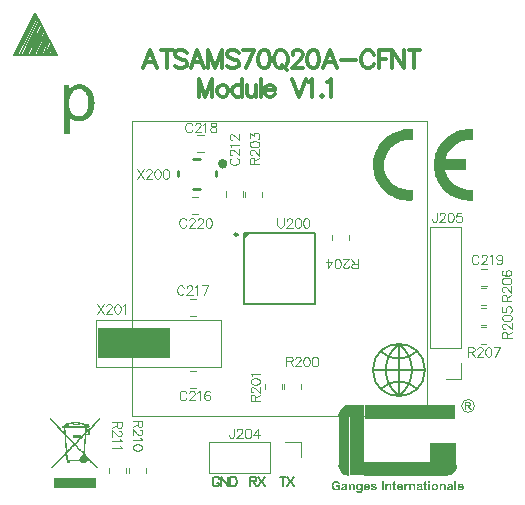
<source format=gto>
G04*
G04 #@! TF.GenerationSoftware,Altium Limited,Altium Designer,21.4.1 (30)*
G04*
G04 Layer_Color=65535*
%FSLAX44Y44*%
%MOMM*%
G71*
G04*
G04 #@! TF.SameCoordinates,32E730F9-F919-4429-9A71-2B0F18EA1AEE*
G04*
G04*
G04 #@! TF.FilePolarity,Positive*
G04*
G01*
G75*
%ADD10C,0.4000*%
%ADD11C,0.2500*%
%ADD12C,0.1000*%
%ADD13C,0.2000*%
%ADD14C,0.2540*%
%ADD15C,0.1200*%
%ADD16C,0.3000*%
%ADD17R,6.0960X2.5400*%
%ADD18R,0.9235X4.1328*%
%ADD19R,2.3089X1.9162*%
%ADD20R,6.9035X1.2121*%
%ADD21R,1.2932X6.0030*%
%ADD22R,7.6421X1.2238*%
G36*
X361312Y367787D02*
X361957Y367770D01*
X362423Y367741D01*
X362626Y367709D01*
X362924Y367629D01*
Y358425D01*
X360829Y358497D01*
X358731Y358495D01*
X356789Y358326D01*
X354944Y357979D01*
X353138Y357442D01*
X351312Y356701D01*
X350555Y356341D01*
X348749Y355350D01*
X347123Y354237D01*
X345599Y352946D01*
X345006Y352373D01*
X343440Y350621D01*
X342085Y348715D01*
X340948Y346666D01*
X340035Y344488D01*
X339355Y342194D01*
X339153Y341268D01*
X339032Y340428D01*
X338951Y339398D01*
X338910Y338250D01*
X338909Y337058D01*
X338949Y335892D01*
X339029Y334824D01*
X339148Y333928D01*
X339161Y333860D01*
X339719Y331572D01*
X340513Y329390D01*
X341529Y327328D01*
X342755Y325401D01*
X344178Y323623D01*
X345784Y322008D01*
X347562Y320573D01*
X349497Y319331D01*
X351577Y318297D01*
X353412Y317605D01*
X354444Y317289D01*
X355391Y317049D01*
X356319Y316875D01*
X357291Y316760D01*
X358373Y316693D01*
X359628Y316667D01*
X360179Y316665D01*
X362924Y316668D01*
Y307498D01*
X362626Y307419D01*
X362373Y307389D01*
X361903Y307368D01*
X361265Y307356D01*
X360509Y307353D01*
X359682Y307357D01*
X358832Y307369D01*
X358009Y307388D01*
X357261Y307413D01*
X356636Y307445D01*
X356182Y307481D01*
X356177Y307482D01*
X355047Y307647D01*
X353771Y307893D01*
X352447Y308199D01*
X351171Y308543D01*
X350360Y308795D01*
X347715Y309805D01*
X345207Y311035D01*
X342848Y312472D01*
X340647Y314105D01*
X338613Y315922D01*
X336758Y317910D01*
X335090Y320057D01*
X333619Y322353D01*
X332356Y324784D01*
X331310Y327339D01*
X330492Y330006D01*
X329911Y332773D01*
X329778Y333661D01*
X329694Y334509D01*
X329636Y335549D01*
X329604Y336710D01*
X329598Y337921D01*
X329619Y339112D01*
X329667Y340210D01*
X329740Y341145D01*
X329778Y341466D01*
X330288Y344293D01*
X331042Y347024D01*
X332039Y349653D01*
X333276Y352174D01*
X334751Y354580D01*
X335540Y355688D01*
X337322Y357863D01*
X339282Y359847D01*
X341406Y361631D01*
X343680Y363209D01*
X346090Y364571D01*
X348622Y365710D01*
X351264Y366618D01*
X354001Y367288D01*
X355909Y367602D01*
X356434Y367655D01*
X357122Y367701D01*
X357926Y367738D01*
X358796Y367766D01*
X359682Y367784D01*
X360537Y367791D01*
X361312Y367787D01*
D02*
G37*
G36*
X414253Y358466D02*
X411310Y358463D01*
X410290Y358459D01*
X409484Y358446D01*
X408839Y358421D01*
X408305Y358380D01*
X407830Y358320D01*
X407363Y358237D01*
X407024Y358166D01*
X404725Y357533D01*
X402532Y356670D01*
X400462Y355590D01*
X398532Y354305D01*
X396760Y352826D01*
X395164Y351166D01*
X393762Y349336D01*
X393516Y348965D01*
X392998Y348096D01*
X392469Y347082D01*
X391958Y345991D01*
X391497Y344893D01*
X391114Y343855D01*
X390839Y342946D01*
X390778Y342690D01*
X390684Y342260D01*
X408300D01*
Y332868D01*
X390684D01*
X390778Y332438D01*
X391029Y331524D01*
X391404Y330465D01*
X391872Y329331D01*
X392403Y328191D01*
X392966Y327114D01*
X393529Y326170D01*
X393624Y326027D01*
X395061Y324112D01*
X396673Y322394D01*
X398450Y320878D01*
X400381Y319573D01*
X402457Y318484D01*
X404667Y317618D01*
X407003Y316982D01*
X407060Y316970D01*
X407585Y316864D01*
X408070Y316785D01*
X408566Y316729D01*
X409129Y316693D01*
X409812Y316672D01*
X410669Y316663D01*
X411376Y316662D01*
X414253Y316662D01*
Y307335D01*
X411376Y307352D01*
X410456Y307363D01*
X409559Y307382D01*
X408742Y307409D01*
X408062Y307440D01*
X407577Y307475D01*
X407506Y307482D01*
X405252Y307844D01*
X402934Y308416D01*
X400614Y309177D01*
X398357Y310105D01*
X396225Y311179D01*
X395667Y311499D01*
X394032Y312553D01*
X392372Y313794D01*
X390754Y315166D01*
X389244Y316610D01*
X387905Y318071D01*
X387540Y318514D01*
X385927Y320730D01*
X384514Y323106D01*
X383310Y325619D01*
X382327Y328245D01*
X381574Y330959D01*
X381061Y333738D01*
X381036Y333926D01*
X380966Y334642D01*
X380917Y335550D01*
X380888Y336581D01*
X380879Y337670D01*
X380890Y338751D01*
X380922Y339757D01*
X380973Y340622D01*
X381034Y341202D01*
X381553Y344051D01*
X382306Y346806D01*
X383284Y349452D01*
X384481Y351971D01*
X385891Y354348D01*
X387506Y356567D01*
X387540Y356609D01*
X389343Y358639D01*
X391334Y360503D01*
X393490Y362188D01*
X395785Y363677D01*
X398195Y364955D01*
X400696Y366007D01*
X403263Y366817D01*
X404266Y367062D01*
X405505Y367321D01*
X406657Y367514D01*
X407795Y367650D01*
X408994Y367737D01*
X410327Y367780D01*
X411442Y367790D01*
X414253Y367793D01*
Y358466D01*
D02*
G37*
G36*
X220000Y275425D02*
Y280000D01*
X224575D01*
X220000Y275425D01*
D02*
G37*
G36*
X309620Y124784D02*
X300153D01*
Y125716D01*
X300517Y127545D01*
X301230Y129268D01*
X302267Y130819D01*
X303585Y132137D01*
X305135Y133173D01*
X306858Y133887D01*
X308687Y134251D01*
X309620D01*
Y124784D01*
D02*
G37*
G36*
X98524Y123141D02*
X98518Y122271D01*
X94001Y117681D01*
X89484Y113091D01*
X89480Y110985D01*
X89477Y108879D01*
X86726D01*
X86655Y108345D01*
X86628Y108101D01*
X86583Y107642D01*
X86522Y106996D01*
X86447Y106189D01*
X86361Y105249D01*
X86267Y104204D01*
X86166Y103080D01*
X86061Y101905D01*
X85954Y100707D01*
X85849Y99512D01*
X85747Y98348D01*
X85651Y97243D01*
X85563Y96224D01*
X85486Y95318D01*
X85421Y94553D01*
X85373Y93956D01*
X85342Y93554D01*
X85331Y93374D01*
X85331Y93374D01*
X85408Y93230D01*
X85640Y92933D01*
X86029Y92479D01*
X86579Y91865D01*
X87293Y91087D01*
X88174Y90142D01*
X89225Y89027D01*
X90449Y87738D01*
X90793Y87377D01*
X96251Y81656D01*
X95369Y80776D01*
X94655Y81552D01*
X94394Y81833D01*
X93986Y82267D01*
X93458Y82826D01*
X92837Y83482D01*
X92150Y84206D01*
X91424Y84969D01*
X90990Y85425D01*
X90174Y86279D01*
X89515Y86963D01*
X88996Y87490D01*
X88599Y87871D01*
X88308Y88120D01*
X88106Y88248D01*
X87976Y88269D01*
X87902Y88195D01*
X87867Y88038D01*
X87853Y87810D01*
X87851Y87748D01*
X87757Y87319D01*
X87525Y86802D01*
X87201Y86277D01*
X86833Y85826D01*
X86685Y85687D01*
X85928Y85200D01*
X85043Y84927D01*
X84261Y84862D01*
X83375Y84984D01*
X82556Y85342D01*
X81832Y85923D01*
X81698Y86067D01*
X81209Y86623D01*
X72753D01*
Y84862D01*
X70490D01*
Y85685D01*
X70462Y86246D01*
X70366Y86636D01*
X70250Y86848D01*
X70167Y87000D01*
X70096Y87219D01*
X70033Y87540D01*
X69971Y87994D01*
X69908Y88615D01*
X69837Y89433D01*
X69789Y90042D01*
X69568Y92897D01*
X64144Y87402D01*
X63164Y86408D01*
X62222Y85452D01*
X61337Y84552D01*
X60526Y83725D01*
X59805Y82990D01*
X59193Y82363D01*
X58706Y81862D01*
X58361Y81505D01*
X58176Y81310D01*
X57873Y81001D01*
X57619Y80785D01*
X57483Y80713D01*
X57309Y80797D01*
X57055Y81008D01*
X56969Y81093D01*
X56605Y81474D01*
X58612Y83513D01*
X59124Y84033D01*
X59784Y84702D01*
X60564Y85491D01*
X61434Y86370D01*
X62365Y87311D01*
X63328Y88283D01*
X64295Y89259D01*
X64989Y89959D01*
X66043Y91025D01*
X66929Y91927D01*
X67657Y92678D01*
X68240Y93290D01*
X68688Y93775D01*
X68910Y94029D01*
X69012Y94146D01*
X69225Y94414D01*
X69338Y94592D01*
X69363Y94674D01*
X69353Y94854D01*
X69324Y95261D01*
X69278Y95872D01*
X69216Y96663D01*
X69141Y97611D01*
X69054Y98692D01*
X68957Y99884D01*
X68851Y101162D01*
X68766Y102184D01*
X68286Y107943D01*
X68166Y109383D01*
X62161Y115698D01*
X56155Y122014D01*
X56160Y122897D01*
X56164Y123780D01*
X57134Y122743D01*
X57677Y122165D01*
X58318Y121486D01*
X59040Y120724D01*
X59825Y119897D01*
X60656Y119024D01*
X61517Y118121D01*
X62389Y117207D01*
X63255Y116301D01*
X64098Y115421D01*
X64901Y114584D01*
X65646Y113808D01*
X66316Y113112D01*
X66895Y112514D01*
X67363Y112032D01*
X67705Y111683D01*
X67903Y111487D01*
X67946Y111449D01*
X67949Y111580D01*
X67933Y111916D01*
X67900Y112411D01*
X67853Y113020D01*
X67833Y113263D01*
X67684Y115041D01*
X66089D01*
Y116172D01*
X66767D01*
X67163Y116183D01*
X67379Y116236D01*
X67405Y116267D01*
X67483Y116359D01*
X67526Y116494D01*
X67698Y116844D01*
X68029Y117264D01*
X68461Y117696D01*
X68938Y118082D01*
X69252Y118282D01*
X69609Y118502D01*
X69792Y118686D01*
X69856Y118903D01*
X69861Y119033D01*
Y119064D01*
X69861Y119441D01*
X70919D01*
X71406Y119430D01*
X71786Y119398D01*
X71997Y119353D01*
X72020Y119335D01*
X72154Y119307D01*
X72479Y119319D01*
X72941Y119366D01*
X73256Y119410D01*
X73828Y119496D01*
X74351Y119574D01*
X74744Y119632D01*
X74859Y119648D01*
X75161Y119741D01*
X75268Y119887D01*
X75301Y119947D01*
X75418Y119992D01*
X75647Y120025D01*
X76017Y120048D01*
X76557Y120062D01*
X77293Y120069D01*
X78160Y120070D01*
X79085Y120069D01*
X79789Y120065D01*
X80302Y120054D01*
X80653Y120035D01*
X80874Y120005D01*
X80994Y119961D01*
X81043Y119902D01*
X81052Y119832D01*
X81129Y119612D01*
X81381Y119487D01*
X81840Y119442D01*
X81923Y119441D01*
X82700Y119361D01*
X83582Y119141D01*
X84491Y118809D01*
X85346Y118397D01*
X86067Y117933D01*
X86161Y117859D01*
X86465Y117620D01*
X86646Y117524D01*
X86772Y117555D01*
X86901Y117683D01*
X87283Y117933D01*
X87780Y118029D01*
X88315Y117979D01*
X88812Y117792D01*
X89193Y117474D01*
X89220Y117437D01*
X89505Y116844D01*
X89558Y116231D01*
X89385Y115646D01*
X88992Y115139D01*
X88944Y115097D01*
X88664Y114898D01*
X88381Y114811D01*
X87983Y114804D01*
X87883Y114810D01*
X87493Y114824D01*
X87292Y114792D01*
X87220Y114693D01*
X87212Y114600D01*
X87197Y114333D01*
X87159Y113930D01*
X87132Y113689D01*
X87093Y113306D01*
X87109Y113110D01*
X87204Y113038D01*
X87374Y113029D01*
X87474Y113061D01*
X87636Y113166D01*
X87872Y113355D01*
X88193Y113639D01*
X88611Y114030D01*
X89140Y114539D01*
X89789Y115178D01*
X90573Y115959D01*
X91502Y116892D01*
X92589Y117990D01*
X93112Y118520D01*
X98531Y124012D01*
X98524Y123141D01*
D02*
G37*
G36*
X400590Y82546D02*
X400235Y80762D01*
X399539Y79082D01*
X398528Y77569D01*
X397242Y76283D01*
X395729Y75272D01*
X394049Y74576D01*
X392265Y74221D01*
X391355D01*
Y83456D01*
X400590D01*
Y82546D01*
D02*
G37*
G36*
X309387Y74221D02*
X308478D01*
X306694Y74576D01*
X305013Y75272D01*
X303501Y76283D01*
X302215Y77569D01*
X301204Y79082D01*
X300508Y80762D01*
X300153Y82546D01*
Y83456D01*
X309387D01*
Y74221D01*
D02*
G37*
G36*
X94758Y63612D02*
X59550D01*
Y72288D01*
X94758D01*
Y63612D01*
D02*
G37*
G36*
X81824Y405837D02*
X82245Y405777D01*
X83147Y405656D01*
X84230Y405416D01*
X85374Y405055D01*
X86517Y404513D01*
X87660Y403851D01*
X87720D01*
X87781Y403731D01*
X88142Y403490D01*
X88683Y403009D01*
X89345Y402407D01*
X90067Y401625D01*
X90789Y400662D01*
X91511Y399519D01*
X92113Y398255D01*
Y398195D01*
X92173Y398075D01*
X92233Y397894D01*
X92354Y397653D01*
X92474Y397292D01*
X92594Y396871D01*
X92895Y395908D01*
X93196Y394705D01*
X93437Y393381D01*
X93617Y391877D01*
X93678Y390312D01*
Y390252D01*
Y390132D01*
Y389891D01*
Y389530D01*
X93617Y389109D01*
Y388628D01*
X93497Y387544D01*
X93256Y386221D01*
X92956Y384837D01*
X92534Y383392D01*
X91993Y381948D01*
Y381888D01*
X91933Y381768D01*
X91812Y381587D01*
X91692Y381347D01*
X91271Y380685D01*
X90729Y379842D01*
X90067Y378940D01*
X89225Y378037D01*
X88262Y377135D01*
X87119Y376292D01*
X87059D01*
X86999Y376232D01*
X86818Y376112D01*
X86577Y375991D01*
X85976Y375690D01*
X85133Y375329D01*
X84110Y374968D01*
X83027Y374667D01*
X81763Y374427D01*
X80500Y374367D01*
X80079D01*
X79597Y374427D01*
X78995Y374487D01*
X78273Y374607D01*
X77491Y374788D01*
X76709Y375028D01*
X75927Y375390D01*
X75866Y375450D01*
X75566Y375570D01*
X75205Y375811D01*
X74723Y376172D01*
X74242Y376533D01*
X73640Y377014D01*
X73099Y377556D01*
X72617Y378157D01*
Y363475D01*
X67502D01*
Y405235D01*
X72136D01*
Y401264D01*
X72196Y401384D01*
X72437Y401625D01*
X72737Y402046D01*
X73219Y402527D01*
X73760Y403129D01*
X74362Y403671D01*
X75084Y404212D01*
X75806Y404694D01*
X75927Y404754D01*
X76167Y404874D01*
X76649Y405055D01*
X77250Y405295D01*
X77973Y405536D01*
X78815Y405717D01*
X79778Y405837D01*
X80861Y405897D01*
X81523D01*
X81824Y405837D01*
D02*
G37*
G36*
X377815Y68363D02*
X376339D01*
Y69728D01*
X377815D01*
Y68363D01*
D02*
G37*
G36*
X298385Y69862D02*
X298507Y69851D01*
X298651Y69840D01*
X298806Y69828D01*
X298973Y69795D01*
X299328Y69728D01*
X299694Y69618D01*
X299883Y69551D01*
X300061Y69473D01*
X300227Y69384D01*
X300383Y69273D01*
X300394Y69262D01*
X300416Y69251D01*
X300460Y69207D01*
X300516Y69162D01*
X300583Y69107D01*
X300649Y69029D01*
X300727Y68940D01*
X300816Y68840D01*
X300904Y68730D01*
X300993Y68607D01*
X301082Y68474D01*
X301160Y68319D01*
X301248Y68163D01*
X301315Y67997D01*
X301382Y67808D01*
X301426Y67620D01*
X299883Y67331D01*
Y67342D01*
X299872Y67353D01*
X299850Y67420D01*
X299806Y67520D01*
X299739Y67653D01*
X299661Y67797D01*
X299550Y67941D01*
X299417Y68086D01*
X299262Y68219D01*
X299239Y68230D01*
X299184Y68274D01*
X299084Y68330D01*
X298962Y68385D01*
X298795Y68452D01*
X298607Y68496D01*
X298396Y68541D01*
X298152Y68552D01*
X298052D01*
X297985Y68541D01*
X297896Y68530D01*
X297796Y68519D01*
X297686Y68496D01*
X297563Y68474D01*
X297308Y68397D01*
X297175Y68341D01*
X297042Y68274D01*
X296908Y68197D01*
X296775Y68119D01*
X296653Y68008D01*
X296531Y67897D01*
X296520Y67886D01*
X296509Y67864D01*
X296476Y67830D01*
X296442Y67775D01*
X296398Y67708D01*
X296342Y67631D01*
X296287Y67531D01*
X296243Y67420D01*
X296187Y67287D01*
X296131Y67142D01*
X296076Y66987D01*
X296032Y66820D01*
X295998Y66632D01*
X295965Y66421D01*
X295954Y66210D01*
X295943Y65977D01*
Y65966D01*
Y65921D01*
Y65844D01*
X295954Y65755D01*
X295965Y65633D01*
X295976Y65511D01*
X295998Y65355D01*
X296021Y65200D01*
X296087Y64867D01*
X296198Y64523D01*
X296265Y64356D01*
X296342Y64201D01*
X296442Y64045D01*
X296542Y63912D01*
X296553Y63901D01*
X296576Y63879D01*
X296609Y63846D01*
X296653Y63801D01*
X296720Y63757D01*
X296786Y63690D01*
X296875Y63635D01*
X296975Y63568D01*
X297086Y63502D01*
X297197Y63446D01*
X297475Y63335D01*
X297630Y63291D01*
X297785Y63257D01*
X297963Y63235D01*
X298141Y63224D01*
X298229D01*
X298318Y63235D01*
X298451Y63246D01*
X298596Y63268D01*
X298762Y63302D01*
X298940Y63346D01*
X299117Y63413D01*
X299128D01*
X299139Y63424D01*
X299195Y63446D01*
X299295Y63490D01*
X299406Y63546D01*
X299539Y63612D01*
X299683Y63690D01*
X299828Y63779D01*
X299961Y63879D01*
Y64867D01*
X298185D01*
Y66165D01*
X301526D01*
Y63080D01*
X301504Y63057D01*
X301471Y63035D01*
X301437Y63002D01*
X301382Y62958D01*
X301326Y62913D01*
X301171Y62802D01*
X300960Y62680D01*
X300716Y62536D01*
X300438Y62392D01*
X300105Y62258D01*
X300094D01*
X300061Y62247D01*
X300016Y62225D01*
X299950Y62203D01*
X299861Y62181D01*
X299761Y62147D01*
X299650Y62114D01*
X299528Y62081D01*
X299251Y62014D01*
X298929Y61959D01*
X298596Y61914D01*
X298241Y61903D01*
X298118D01*
X298041Y61914D01*
X297930D01*
X297808Y61925D01*
X297674Y61947D01*
X297519Y61970D01*
X297197Y62025D01*
X296842Y62114D01*
X296476Y62236D01*
X296309Y62314D01*
X296131Y62403D01*
X296120Y62414D01*
X296098Y62425D01*
X296043Y62458D01*
X295987Y62502D01*
X295910Y62547D01*
X295832Y62614D01*
X295732Y62691D01*
X295632Y62780D01*
X295410Y62980D01*
X295188Y63235D01*
X294977Y63524D01*
X294788Y63857D01*
Y63868D01*
X294766Y63901D01*
X294744Y63957D01*
X294722Y64023D01*
X294688Y64112D01*
X294644Y64212D01*
X294611Y64334D01*
X294566Y64467D01*
X294522Y64612D01*
X294489Y64778D01*
X294411Y65122D01*
X294367Y65500D01*
X294344Y65910D01*
Y65921D01*
Y65966D01*
Y66032D01*
X294356Y66110D01*
Y66221D01*
X294367Y66343D01*
X294389Y66476D01*
X294411Y66632D01*
X294466Y66954D01*
X294555Y67320D01*
X294677Y67686D01*
X294755Y67864D01*
X294844Y68041D01*
X294855Y68052D01*
X294866Y68086D01*
X294899Y68130D01*
X294933Y68197D01*
X294988Y68274D01*
X295055Y68363D01*
X295133Y68463D01*
X295210Y68574D01*
X295310Y68685D01*
X295421Y68807D01*
X295543Y68929D01*
X295676Y69051D01*
X295821Y69162D01*
X295965Y69285D01*
X296309Y69484D01*
X296320D01*
X296342Y69507D01*
X296387Y69518D01*
X296442Y69551D01*
X296520Y69573D01*
X296598Y69606D01*
X296709Y69640D01*
X296820Y69684D01*
X296942Y69717D01*
X297086Y69751D01*
X297241Y69784D01*
X297397Y69817D01*
X297752Y69862D01*
X298152Y69873D01*
X298285D01*
X298385Y69862D01*
D02*
G37*
G36*
X358812Y67730D02*
X358934Y67708D01*
X359090Y67675D01*
X359256Y67620D01*
X359422Y67553D01*
X359600Y67453D01*
X359134Y66177D01*
X359123Y66188D01*
X359067Y66210D01*
X359001Y66254D01*
X358912Y66299D01*
X358801Y66343D01*
X358690Y66387D01*
X358568Y66410D01*
X358446Y66421D01*
X358401D01*
X358335Y66410D01*
X358268Y66399D01*
X358190Y66376D01*
X358102Y66343D01*
X358013Y66299D01*
X357924Y66243D01*
X357913Y66232D01*
X357891Y66210D01*
X357846Y66165D01*
X357802Y66099D01*
X357747Y66021D01*
X357691Y65910D01*
X357635Y65777D01*
X357591Y65622D01*
Y65599D01*
X357580Y65566D01*
X357569Y65533D01*
Y65477D01*
X357558Y65411D01*
X357547Y65322D01*
X357536Y65222D01*
X357524Y65111D01*
X357513Y64967D01*
X357502Y64822D01*
Y64645D01*
X357491Y64456D01*
X357480Y64245D01*
Y64012D01*
Y63757D01*
Y62047D01*
X356004D01*
Y67620D01*
X357369D01*
Y66831D01*
X357380Y66842D01*
X357425Y66909D01*
X357491Y67009D01*
X357580Y67131D01*
X357669Y67253D01*
X357780Y67375D01*
X357880Y67486D01*
X357991Y67564D01*
X358002Y67575D01*
X358035Y67597D01*
X358102Y67620D01*
X358179Y67653D01*
X358268Y67686D01*
X358379Y67719D01*
X358490Y67730D01*
X358623Y67742D01*
X358712D01*
X358812Y67730D01*
D02*
G37*
G36*
X389248D02*
X389370Y67719D01*
X389503Y67697D01*
X389647Y67664D01*
X389803Y67620D01*
X389958Y67564D01*
X389980Y67553D01*
X390025Y67531D01*
X390102Y67497D01*
X390191Y67442D01*
X390291Y67375D01*
X390391Y67298D01*
X390491Y67209D01*
X390580Y67109D01*
X390591Y67098D01*
X390613Y67064D01*
X390646Y67009D01*
X390691Y66931D01*
X390746Y66842D01*
X390791Y66732D01*
X390835Y66620D01*
X390868Y66487D01*
Y66476D01*
X390879Y66421D01*
X390902Y66343D01*
X390913Y66232D01*
X390935Y66099D01*
X390946Y65921D01*
X390957Y65733D01*
Y65500D01*
Y62047D01*
X389481D01*
Y64878D01*
Y64889D01*
Y64922D01*
Y64967D01*
Y65022D01*
Y65100D01*
Y65178D01*
X389470Y65366D01*
X389459Y65555D01*
X389436Y65755D01*
X389414Y65921D01*
X389403Y65988D01*
X389381Y66043D01*
Y66055D01*
X389359Y66088D01*
X389337Y66132D01*
X389303Y66199D01*
X389203Y66332D01*
X389148Y66399D01*
X389070Y66454D01*
X389059Y66465D01*
X389037Y66476D01*
X388992Y66498D01*
X388926Y66532D01*
X388848Y66565D01*
X388770Y66587D01*
X388671Y66598D01*
X388559Y66609D01*
X388493D01*
X388426Y66598D01*
X388338Y66587D01*
X388227Y66554D01*
X388116Y66521D01*
X387993Y66465D01*
X387871Y66399D01*
X387860Y66387D01*
X387827Y66365D01*
X387771Y66310D01*
X387705Y66254D01*
X387638Y66165D01*
X387572Y66077D01*
X387505Y65955D01*
X387461Y65833D01*
Y65821D01*
X387438Y65766D01*
X387427Y65677D01*
X387405Y65544D01*
X387394Y65466D01*
X387383Y65366D01*
X387372Y65266D01*
Y65144D01*
X387361Y65022D01*
X387350Y64878D01*
Y64722D01*
Y64556D01*
Y62047D01*
X385873D01*
Y67620D01*
X387239D01*
Y66798D01*
X387250Y66809D01*
X387272Y66842D01*
X387316Y66887D01*
X387372Y66942D01*
X387438Y67020D01*
X387527Y67098D01*
X387627Y67187D01*
X387738Y67275D01*
X387860Y67353D01*
X388004Y67442D01*
X388149Y67520D01*
X388315Y67597D01*
X388493Y67653D01*
X388671Y67697D01*
X388870Y67730D01*
X389070Y67742D01*
X389148D01*
X389248Y67730D01*
D02*
G37*
G36*
X363596D02*
X363718Y67719D01*
X363851Y67697D01*
X363996Y67664D01*
X364151Y67620D01*
X364306Y67564D01*
X364329Y67553D01*
X364373Y67531D01*
X364451Y67497D01*
X364540Y67442D01*
X364640Y67375D01*
X364739Y67298D01*
X364839Y67209D01*
X364928Y67109D01*
X364939Y67098D01*
X364961Y67064D01*
X364995Y67009D01*
X365039Y66931D01*
X365094Y66842D01*
X365139Y66732D01*
X365183Y66620D01*
X365217Y66487D01*
Y66476D01*
X365228Y66421D01*
X365250Y66343D01*
X365261Y66232D01*
X365283Y66099D01*
X365294Y65921D01*
X365305Y65733D01*
Y65500D01*
Y62047D01*
X363829D01*
Y64878D01*
Y64889D01*
Y64922D01*
Y64967D01*
Y65022D01*
Y65100D01*
Y65178D01*
X363818Y65366D01*
X363807Y65555D01*
X363785Y65755D01*
X363763Y65921D01*
X363751Y65988D01*
X363729Y66043D01*
Y66055D01*
X363707Y66088D01*
X363685Y66132D01*
X363652Y66199D01*
X363552Y66332D01*
X363496Y66399D01*
X363419Y66454D01*
X363407Y66465D01*
X363385Y66476D01*
X363341Y66498D01*
X363274Y66532D01*
X363196Y66565D01*
X363119Y66587D01*
X363019Y66598D01*
X362908Y66609D01*
X362841D01*
X362775Y66598D01*
X362686Y66587D01*
X362575Y66554D01*
X362464Y66521D01*
X362342Y66465D01*
X362220Y66399D01*
X362209Y66387D01*
X362175Y66365D01*
X362120Y66310D01*
X362053Y66254D01*
X361987Y66165D01*
X361920Y66077D01*
X361853Y65955D01*
X361809Y65833D01*
Y65821D01*
X361787Y65766D01*
X361776Y65677D01*
X361754Y65544D01*
X361742Y65466D01*
X361731Y65366D01*
X361720Y65266D01*
Y65144D01*
X361709Y65022D01*
X361698Y64878D01*
Y64722D01*
Y64556D01*
Y62047D01*
X360222D01*
Y67620D01*
X361587D01*
Y66798D01*
X361598Y66809D01*
X361620Y66842D01*
X361665Y66887D01*
X361720Y66942D01*
X361787Y67020D01*
X361876Y67098D01*
X361976Y67187D01*
X362086Y67275D01*
X362209Y67353D01*
X362353Y67442D01*
X362497Y67520D01*
X362664Y67597D01*
X362841Y67653D01*
X363019Y67697D01*
X363219Y67730D01*
X363419Y67742D01*
X363496D01*
X363596Y67730D01*
D02*
G37*
G36*
X343317D02*
X343439Y67719D01*
X343572Y67697D01*
X343716Y67664D01*
X343872Y67620D01*
X344027Y67564D01*
X344049Y67553D01*
X344094Y67531D01*
X344171Y67497D01*
X344260Y67442D01*
X344360Y67375D01*
X344460Y67298D01*
X344560Y67209D01*
X344649Y67109D01*
X344660Y67098D01*
X344682Y67064D01*
X344715Y67009D01*
X344760Y66931D01*
X344815Y66842D01*
X344860Y66732D01*
X344904Y66620D01*
X344937Y66487D01*
Y66476D01*
X344948Y66421D01*
X344971Y66343D01*
X344982Y66232D01*
X345004Y66099D01*
X345015Y65921D01*
X345026Y65733D01*
Y65500D01*
Y62047D01*
X343550D01*
Y64878D01*
Y64889D01*
Y64922D01*
Y64967D01*
Y65022D01*
Y65100D01*
Y65178D01*
X343539Y65366D01*
X343528Y65555D01*
X343505Y65755D01*
X343483Y65921D01*
X343472Y65988D01*
X343450Y66043D01*
Y66055D01*
X343428Y66088D01*
X343405Y66132D01*
X343372Y66199D01*
X343272Y66332D01*
X343217Y66399D01*
X343139Y66454D01*
X343128Y66465D01*
X343106Y66476D01*
X343061Y66498D01*
X342995Y66532D01*
X342917Y66565D01*
X342839Y66587D01*
X342739Y66598D01*
X342629Y66609D01*
X342562D01*
X342495Y66598D01*
X342407Y66587D01*
X342296Y66554D01*
X342185Y66521D01*
X342062Y66465D01*
X341940Y66399D01*
X341929Y66387D01*
X341896Y66365D01*
X341841Y66310D01*
X341774Y66254D01*
X341707Y66165D01*
X341641Y66077D01*
X341574Y65955D01*
X341530Y65833D01*
Y65821D01*
X341507Y65766D01*
X341496Y65677D01*
X341474Y65544D01*
X341463Y65466D01*
X341452Y65366D01*
X341441Y65266D01*
Y65144D01*
X341430Y65022D01*
X341419Y64878D01*
Y64722D01*
Y64556D01*
Y62047D01*
X339942D01*
Y67620D01*
X341308D01*
Y66798D01*
X341319Y66809D01*
X341341Y66842D01*
X341385Y66887D01*
X341441Y66942D01*
X341507Y67020D01*
X341596Y67098D01*
X341696Y67187D01*
X341807Y67275D01*
X341929Y67353D01*
X342074Y67442D01*
X342218Y67520D01*
X342384Y67597D01*
X342562Y67653D01*
X342739Y67697D01*
X342939Y67730D01*
X343139Y67742D01*
X343217D01*
X343317Y67730D01*
D02*
G37*
G36*
X312282D02*
X312404Y67719D01*
X312537Y67697D01*
X312681Y67664D01*
X312837Y67620D01*
X312992Y67564D01*
X313014Y67553D01*
X313059Y67531D01*
X313136Y67497D01*
X313225Y67442D01*
X313325Y67375D01*
X313425Y67298D01*
X313525Y67209D01*
X313614Y67109D01*
X313625Y67098D01*
X313647Y67064D01*
X313680Y67009D01*
X313725Y66931D01*
X313780Y66842D01*
X313825Y66732D01*
X313869Y66620D01*
X313902Y66487D01*
Y66476D01*
X313913Y66421D01*
X313936Y66343D01*
X313947Y66232D01*
X313969Y66099D01*
X313980Y65921D01*
X313991Y65733D01*
Y65500D01*
Y62047D01*
X312515D01*
Y64878D01*
Y64889D01*
Y64922D01*
Y64967D01*
Y65022D01*
Y65100D01*
Y65178D01*
X312504Y65366D01*
X312493Y65555D01*
X312470Y65755D01*
X312448Y65921D01*
X312437Y65988D01*
X312415Y66043D01*
Y66055D01*
X312393Y66088D01*
X312370Y66132D01*
X312337Y66199D01*
X312237Y66332D01*
X312182Y66399D01*
X312104Y66454D01*
X312093Y66465D01*
X312071Y66476D01*
X312026Y66498D01*
X311960Y66532D01*
X311882Y66565D01*
X311804Y66587D01*
X311705Y66598D01*
X311593Y66609D01*
X311527D01*
X311460Y66598D01*
X311371Y66587D01*
X311261Y66554D01*
X311150Y66521D01*
X311027Y66465D01*
X310905Y66399D01*
X310894Y66387D01*
X310861Y66365D01*
X310805Y66310D01*
X310739Y66254D01*
X310672Y66165D01*
X310606Y66077D01*
X310539Y65955D01*
X310495Y65833D01*
Y65821D01*
X310472Y65766D01*
X310461Y65677D01*
X310439Y65544D01*
X310428Y65466D01*
X310417Y65366D01*
X310406Y65266D01*
Y65144D01*
X310395Y65022D01*
X310384Y64878D01*
Y64722D01*
Y64556D01*
Y62047D01*
X308907D01*
Y67620D01*
X310273D01*
Y66798D01*
X310284Y66809D01*
X310306Y66842D01*
X310350Y66887D01*
X310406Y66942D01*
X310472Y67020D01*
X310561Y67098D01*
X310661Y67187D01*
X310772Y67275D01*
X310894Y67353D01*
X311038Y67442D01*
X311183Y67520D01*
X311349Y67597D01*
X311527Y67653D01*
X311705Y67697D01*
X311904Y67730D01*
X312104Y67742D01*
X312182D01*
X312282Y67730D01*
D02*
G37*
G36*
X330319D02*
X330430Y67719D01*
X330552Y67708D01*
X330685Y67697D01*
X330963Y67653D01*
X331240Y67586D01*
X331507Y67486D01*
X331629Y67431D01*
X331740Y67364D01*
X331751D01*
X331762Y67342D01*
X331828Y67298D01*
X331928Y67209D01*
X332039Y67087D01*
X332173Y66942D01*
X332295Y66754D01*
X332417Y66532D01*
X332505Y66276D01*
X331118Y66021D01*
Y66032D01*
X331096Y66077D01*
X331074Y66132D01*
X331040Y66199D01*
X330996Y66287D01*
X330929Y66365D01*
X330863Y66443D01*
X330774Y66509D01*
X330763Y66521D01*
X330730Y66543D01*
X330674Y66565D01*
X330596Y66598D01*
X330496Y66632D01*
X330374Y66665D01*
X330230Y66676D01*
X330064Y66687D01*
X329964D01*
X329864Y66676D01*
X329742Y66665D01*
X329597Y66643D01*
X329464Y66620D01*
X329342Y66576D01*
X329231Y66521D01*
X329220D01*
X329209Y66498D01*
X329153Y66443D01*
X329087Y66343D01*
X329076Y66287D01*
X329065Y66221D01*
Y66210D01*
Y66199D01*
X329087Y66132D01*
X329131Y66043D01*
X329165Y65999D01*
X329209Y65955D01*
X329220Y65943D01*
X329264Y65932D01*
X329287Y65910D01*
X329331Y65899D01*
X329386Y65877D01*
X329453Y65844D01*
X329542Y65821D01*
X329631Y65788D01*
X329742Y65755D01*
X329875Y65722D01*
X330019Y65677D01*
X330186Y65633D01*
X330374Y65588D01*
X330585Y65533D01*
X330596D01*
X330641Y65522D01*
X330696Y65511D01*
X330774Y65488D01*
X330874Y65455D01*
X330985Y65433D01*
X331229Y65355D01*
X331507Y65255D01*
X331773Y65144D01*
X331906Y65078D01*
X332028Y65022D01*
X332128Y64945D01*
X332228Y64878D01*
X332250Y64856D01*
X332306Y64811D01*
X332372Y64722D01*
X332461Y64600D01*
X332550Y64445D01*
X332617Y64256D01*
X332672Y64034D01*
X332694Y63790D01*
Y63779D01*
Y63757D01*
Y63712D01*
X332683Y63657D01*
X332672Y63601D01*
X332661Y63524D01*
X332617Y63335D01*
X332539Y63135D01*
X332483Y63024D01*
X332428Y62913D01*
X332350Y62802D01*
X332261Y62691D01*
X332161Y62580D01*
X332050Y62469D01*
X332039Y62458D01*
X332017Y62447D01*
X331984Y62425D01*
X331928Y62380D01*
X331862Y62347D01*
X331784Y62303D01*
X331684Y62247D01*
X331573Y62203D01*
X331451Y62147D01*
X331307Y62103D01*
X331151Y62047D01*
X330985Y62014D01*
X330796Y61981D01*
X330596Y61947D01*
X330386Y61936D01*
X330163Y61925D01*
X330052D01*
X329975Y61936D01*
X329875D01*
X329764Y61947D01*
X329642Y61959D01*
X329509Y61981D01*
X329220Y62036D01*
X328920Y62114D01*
X328621Y62225D01*
X328487Y62303D01*
X328354Y62380D01*
X328343Y62392D01*
X328321Y62403D01*
X328288Y62425D01*
X328254Y62469D01*
X328132Y62569D01*
X327999Y62713D01*
X327855Y62891D01*
X327721Y63102D01*
X327599Y63357D01*
X327500Y63635D01*
X328976Y63857D01*
Y63835D01*
X328998Y63790D01*
X329020Y63712D01*
X329053Y63612D01*
X329109Y63502D01*
X329176Y63402D01*
X329253Y63291D01*
X329353Y63202D01*
X329364Y63191D01*
X329409Y63169D01*
X329475Y63135D01*
X329564Y63102D01*
X329675Y63057D01*
X329819Y63024D01*
X329975Y63002D01*
X330163Y62991D01*
X330252D01*
X330363Y63002D01*
X330485Y63013D01*
X330619Y63035D01*
X330763Y63080D01*
X330896Y63124D01*
X331018Y63191D01*
X331029Y63202D01*
X331051Y63224D01*
X331085Y63257D01*
X331118Y63302D01*
X331151Y63357D01*
X331185Y63424D01*
X331207Y63502D01*
X331218Y63590D01*
Y63601D01*
Y63624D01*
X331207Y63690D01*
X331174Y63779D01*
X331107Y63868D01*
X331085Y63890D01*
X331051Y63901D01*
X331007Y63934D01*
X330941Y63957D01*
X330852Y63990D01*
X330752Y64023D01*
X330619Y64057D01*
X330596D01*
X330541Y64079D01*
X330452Y64101D01*
X330330Y64123D01*
X330186Y64156D01*
X330030Y64201D01*
X329853Y64245D01*
X329664Y64301D01*
X329276Y64412D01*
X329087Y64467D01*
X328909Y64534D01*
X328743Y64589D01*
X328587Y64656D01*
X328454Y64722D01*
X328354Y64778D01*
X328343Y64789D01*
X328321Y64800D01*
X328299Y64822D01*
X328254Y64867D01*
X328143Y64967D01*
X328032Y65111D01*
X327910Y65289D01*
X327799Y65500D01*
X327755Y65622D01*
X327733Y65755D01*
X327710Y65888D01*
X327699Y66032D01*
Y66043D01*
Y66066D01*
Y66099D01*
X327710Y66154D01*
X327721Y66210D01*
X327733Y66287D01*
X327766Y66454D01*
X327832Y66643D01*
X327943Y66842D01*
X327999Y66954D01*
X328077Y67053D01*
X328166Y67153D01*
X328265Y67242D01*
X328276Y67253D01*
X328288Y67264D01*
X328321Y67287D01*
X328376Y67320D01*
X328432Y67353D01*
X328510Y67397D01*
X328598Y67442D01*
X328698Y67497D01*
X328820Y67542D01*
X328954Y67586D01*
X329098Y67631D01*
X329253Y67664D01*
X329431Y67697D01*
X329620Y67719D01*
X329819Y67742D01*
X330230D01*
X330319Y67730D01*
D02*
G37*
G36*
X399892Y62047D02*
X398416D01*
Y69728D01*
X399892D01*
Y62047D01*
D02*
G37*
G36*
X394864Y67730D02*
X394953D01*
X395175Y67708D01*
X395408Y67686D01*
X395652Y67642D01*
X395885Y67575D01*
X395985Y67542D01*
X396085Y67497D01*
X396096D01*
X396107Y67486D01*
X396163Y67453D01*
X396252Y67409D01*
X396352Y67342D01*
X396474Y67253D01*
X396585Y67153D01*
X396685Y67031D01*
X396773Y66909D01*
X396785Y66887D01*
X396807Y66842D01*
X396840Y66743D01*
X396851Y66687D01*
X396873Y66609D01*
X396895Y66532D01*
X396907Y66432D01*
X396929Y66321D01*
X396940Y66199D01*
X396951Y66066D01*
X396962Y65921D01*
X396973Y65766D01*
Y65588D01*
X396951Y63868D01*
Y63857D01*
Y63835D01*
Y63801D01*
Y63746D01*
Y63612D01*
X396962Y63457D01*
Y63280D01*
X396984Y63102D01*
X396995Y62924D01*
X397018Y62780D01*
Y62769D01*
X397029Y62724D01*
X397051Y62647D01*
X397073Y62558D01*
X397118Y62447D01*
X397162Y62325D01*
X397217Y62192D01*
X397284Y62047D01*
X395830D01*
Y62059D01*
X395819Y62070D01*
X395808Y62114D01*
X395785Y62158D01*
X395763Y62214D01*
X395741Y62292D01*
X395719Y62380D01*
X395686Y62480D01*
Y62491D01*
X395675Y62502D01*
X395663Y62547D01*
X395641Y62602D01*
X395630Y62647D01*
X395608Y62636D01*
X395564Y62591D01*
X395486Y62525D01*
X395386Y62447D01*
X395264Y62358D01*
X395131Y62258D01*
X394975Y62181D01*
X394820Y62103D01*
X394798Y62092D01*
X394742Y62081D01*
X394653Y62047D01*
X394542Y62014D01*
X394409Y61981D01*
X394254Y61959D01*
X394076Y61936D01*
X393899Y61925D01*
X393821D01*
X393754Y61936D01*
X393688D01*
X393599Y61947D01*
X393410Y61981D01*
X393188Y62036D01*
X392966Y62114D01*
X392744Y62225D01*
X392544Y62380D01*
Y62392D01*
X392522Y62403D01*
X392467Y62469D01*
X392389Y62569D01*
X392300Y62702D01*
X392211Y62869D01*
X392134Y63069D01*
X392078Y63302D01*
X392067Y63424D01*
X392056Y63557D01*
Y63579D01*
Y63635D01*
X392067Y63724D01*
X392089Y63835D01*
X392112Y63968D01*
X392145Y64101D01*
X392200Y64245D01*
X392278Y64390D01*
X392289Y64412D01*
X392322Y64456D01*
X392367Y64523D01*
X392444Y64600D01*
X392522Y64689D01*
X392633Y64789D01*
X392755Y64878D01*
X392900Y64956D01*
X392922Y64967D01*
X392977Y64989D01*
X393066Y65022D01*
X393199Y65078D01*
X393366Y65133D01*
X393565Y65189D01*
X393810Y65244D01*
X394076Y65300D01*
X394087D01*
X394120Y65311D01*
X394176Y65322D01*
X394243Y65333D01*
X394331Y65344D01*
X394431Y65366D01*
X394653Y65422D01*
X394886Y65477D01*
X395131Y65533D01*
X395341Y65599D01*
X395441Y65633D01*
X395519Y65666D01*
Y65810D01*
Y65833D01*
Y65877D01*
X395508Y65955D01*
X395497Y66055D01*
X395464Y66154D01*
X395430Y66254D01*
X395375Y66343D01*
X395297Y66421D01*
X395286Y66432D01*
X395253Y66454D01*
X395197Y66476D01*
X395120Y66521D01*
X395009Y66554D01*
X394875Y66576D01*
X394709Y66598D01*
X394509Y66609D01*
X394442D01*
X394376Y66598D01*
X394287Y66587D01*
X394187Y66565D01*
X394076Y66543D01*
X393976Y66498D01*
X393887Y66443D01*
X393876Y66432D01*
X393854Y66410D01*
X393810Y66376D01*
X393765Y66321D01*
X393699Y66243D01*
X393643Y66143D01*
X393588Y66032D01*
X393532Y65899D01*
X392211Y66143D01*
Y66154D01*
X392223Y66177D01*
X392234Y66221D01*
X392256Y66276D01*
X392278Y66343D01*
X392311Y66421D01*
X392389Y66598D01*
X392500Y66787D01*
X392633Y66987D01*
X392789Y67175D01*
X392977Y67342D01*
X392988D01*
X392999Y67364D01*
X393033Y67375D01*
X393077Y67409D01*
X393144Y67431D01*
X393210Y67464D01*
X393299Y67509D01*
X393388Y67542D01*
X393499Y67575D01*
X393621Y67620D01*
X393754Y67653D01*
X393910Y67675D01*
X394065Y67708D01*
X394243Y67719D01*
X394420Y67742D01*
X394786D01*
X394864Y67730D01*
D02*
G37*
G36*
X377815Y62047D02*
X376339D01*
Y67620D01*
X377815D01*
Y62047D01*
D02*
G37*
G36*
X369213Y67730D02*
X369301D01*
X369523Y67708D01*
X369757Y67686D01*
X370001Y67642D01*
X370234Y67575D01*
X370334Y67542D01*
X370434Y67497D01*
X370445D01*
X370456Y67486D01*
X370511Y67453D01*
X370600Y67409D01*
X370700Y67342D01*
X370822Y67253D01*
X370933Y67153D01*
X371033Y67031D01*
X371122Y66909D01*
X371133Y66887D01*
X371155Y66842D01*
X371188Y66743D01*
X371199Y66687D01*
X371222Y66609D01*
X371244Y66532D01*
X371255Y66432D01*
X371277Y66321D01*
X371288Y66199D01*
X371299Y66066D01*
X371310Y65921D01*
X371321Y65766D01*
Y65588D01*
X371299Y63868D01*
Y63857D01*
Y63835D01*
Y63801D01*
Y63746D01*
Y63612D01*
X371310Y63457D01*
Y63280D01*
X371333Y63102D01*
X371344Y62924D01*
X371366Y62780D01*
Y62769D01*
X371377Y62724D01*
X371399Y62647D01*
X371421Y62558D01*
X371466Y62447D01*
X371510Y62325D01*
X371566Y62192D01*
X371632Y62047D01*
X370178D01*
Y62059D01*
X370167Y62070D01*
X370156Y62114D01*
X370134Y62158D01*
X370112Y62214D01*
X370089Y62292D01*
X370067Y62380D01*
X370034Y62480D01*
Y62491D01*
X370023Y62502D01*
X370012Y62547D01*
X369990Y62602D01*
X369978Y62647D01*
X369956Y62636D01*
X369912Y62591D01*
X369834Y62525D01*
X369734Y62447D01*
X369612Y62358D01*
X369479Y62258D01*
X369324Y62181D01*
X369168Y62103D01*
X369146Y62092D01*
X369090Y62081D01*
X369002Y62047D01*
X368891Y62014D01*
X368758Y61981D01*
X368602Y61959D01*
X368424Y61936D01*
X368247Y61925D01*
X368169D01*
X368103Y61936D01*
X368036D01*
X367947Y61947D01*
X367758Y61981D01*
X367537Y62036D01*
X367314Y62114D01*
X367093Y62225D01*
X366893Y62380D01*
Y62392D01*
X366870Y62403D01*
X366815Y62469D01*
X366737Y62569D01*
X366648Y62702D01*
X366560Y62869D01*
X366482Y63069D01*
X366427Y63302D01*
X366415Y63424D01*
X366404Y63557D01*
Y63579D01*
Y63635D01*
X366415Y63724D01*
X366438Y63835D01*
X366460Y63968D01*
X366493Y64101D01*
X366549Y64245D01*
X366626Y64390D01*
X366637Y64412D01*
X366671Y64456D01*
X366715Y64523D01*
X366793Y64600D01*
X366870Y64689D01*
X366982Y64789D01*
X367104Y64878D01*
X367248Y64956D01*
X367270Y64967D01*
X367326Y64989D01*
X367414Y65022D01*
X367548Y65078D01*
X367714Y65133D01*
X367914Y65189D01*
X368158Y65244D01*
X368424Y65300D01*
X368436D01*
X368469Y65311D01*
X368524Y65322D01*
X368591Y65333D01*
X368680Y65344D01*
X368780Y65366D01*
X369002Y65422D01*
X369235Y65477D01*
X369479Y65533D01*
X369690Y65599D01*
X369790Y65633D01*
X369868Y65666D01*
Y65810D01*
Y65833D01*
Y65877D01*
X369856Y65955D01*
X369845Y66055D01*
X369812Y66154D01*
X369779Y66254D01*
X369723Y66343D01*
X369646Y66421D01*
X369634Y66432D01*
X369601Y66454D01*
X369546Y66476D01*
X369468Y66521D01*
X369357Y66554D01*
X369224Y66576D01*
X369057Y66598D01*
X368857Y66609D01*
X368791D01*
X368724Y66598D01*
X368635Y66587D01*
X368535Y66565D01*
X368424Y66543D01*
X368325Y66498D01*
X368236Y66443D01*
X368225Y66432D01*
X368203Y66410D01*
X368158Y66376D01*
X368114Y66321D01*
X368047Y66243D01*
X367992Y66143D01*
X367936Y66032D01*
X367881Y65899D01*
X366560Y66143D01*
Y66154D01*
X366571Y66177D01*
X366582Y66221D01*
X366604Y66276D01*
X366626Y66343D01*
X366660Y66421D01*
X366737Y66598D01*
X366848Y66787D01*
X366982Y66987D01*
X367137Y67175D01*
X367326Y67342D01*
X367337D01*
X367348Y67364D01*
X367381Y67375D01*
X367425Y67409D01*
X367492Y67431D01*
X367559Y67464D01*
X367648Y67509D01*
X367736Y67542D01*
X367847Y67575D01*
X367969Y67620D01*
X368103Y67653D01*
X368258Y67675D01*
X368413Y67708D01*
X368591Y67719D01*
X368769Y67742D01*
X369135D01*
X369213Y67730D01*
D02*
G37*
G36*
X338488Y62047D02*
X336934D01*
Y69728D01*
X338488D01*
Y62047D01*
D02*
G37*
G36*
X305366Y67730D02*
X305455D01*
X305677Y67708D01*
X305910Y67686D01*
X306155Y67642D01*
X306388Y67575D01*
X306488Y67542D01*
X306588Y67497D01*
X306599D01*
X306610Y67486D01*
X306665Y67453D01*
X306754Y67409D01*
X306854Y67342D01*
X306976Y67253D01*
X307087Y67153D01*
X307187Y67031D01*
X307276Y66909D01*
X307287Y66887D01*
X307309Y66842D01*
X307342Y66743D01*
X307353Y66687D01*
X307376Y66609D01*
X307398Y66532D01*
X307409Y66432D01*
X307431Y66321D01*
X307442Y66199D01*
X307453Y66066D01*
X307464Y65921D01*
X307475Y65766D01*
Y65588D01*
X307453Y63868D01*
Y63857D01*
Y63835D01*
Y63801D01*
Y63746D01*
Y63612D01*
X307464Y63457D01*
Y63280D01*
X307487Y63102D01*
X307498Y62924D01*
X307520Y62780D01*
Y62769D01*
X307531Y62724D01*
X307553Y62647D01*
X307575Y62558D01*
X307620Y62447D01*
X307664Y62325D01*
X307720Y62192D01*
X307786Y62047D01*
X306332D01*
Y62059D01*
X306321Y62070D01*
X306310Y62114D01*
X306288Y62158D01*
X306266Y62214D01*
X306243Y62292D01*
X306221Y62380D01*
X306188Y62480D01*
Y62491D01*
X306177Y62502D01*
X306166Y62547D01*
X306143Y62602D01*
X306132Y62647D01*
X306110Y62636D01*
X306066Y62591D01*
X305988Y62525D01*
X305888Y62447D01*
X305766Y62358D01*
X305633Y62258D01*
X305478Y62181D01*
X305322Y62103D01*
X305300Y62092D01*
X305244Y62081D01*
X305156Y62047D01*
X305045Y62014D01*
X304911Y61981D01*
X304756Y61959D01*
X304578Y61936D01*
X304401Y61925D01*
X304323D01*
X304256Y61936D01*
X304190D01*
X304101Y61947D01*
X303912Y61981D01*
X303690Y62036D01*
X303468Y62114D01*
X303246Y62225D01*
X303047Y62380D01*
Y62392D01*
X303025Y62403D01*
X302969Y62469D01*
X302891Y62569D01*
X302803Y62702D01*
X302714Y62869D01*
X302636Y63069D01*
X302581Y63302D01*
X302569Y63424D01*
X302558Y63557D01*
Y63579D01*
Y63635D01*
X302569Y63724D01*
X302592Y63835D01*
X302614Y63968D01*
X302647Y64101D01*
X302703Y64245D01*
X302780Y64390D01*
X302791Y64412D01*
X302825Y64456D01*
X302869Y64523D01*
X302947Y64600D01*
X303025Y64689D01*
X303136Y64789D01*
X303258Y64878D01*
X303402Y64956D01*
X303424Y64967D01*
X303480Y64989D01*
X303568Y65022D01*
X303702Y65078D01*
X303868Y65133D01*
X304068Y65189D01*
X304312Y65244D01*
X304578Y65300D01*
X304590D01*
X304623Y65311D01*
X304678Y65322D01*
X304745Y65333D01*
X304834Y65344D01*
X304934Y65366D01*
X305156Y65422D01*
X305389Y65477D01*
X305633Y65533D01*
X305844Y65599D01*
X305944Y65633D01*
X306021Y65666D01*
Y65810D01*
Y65833D01*
Y65877D01*
X306010Y65955D01*
X305999Y66055D01*
X305966Y66154D01*
X305933Y66254D01*
X305877Y66343D01*
X305799Y66421D01*
X305788Y66432D01*
X305755Y66454D01*
X305700Y66476D01*
X305622Y66521D01*
X305511Y66554D01*
X305378Y66576D01*
X305211Y66598D01*
X305011Y66609D01*
X304945D01*
X304878Y66598D01*
X304789Y66587D01*
X304689Y66565D01*
X304578Y66543D01*
X304478Y66498D01*
X304390Y66443D01*
X304379Y66432D01*
X304356Y66410D01*
X304312Y66376D01*
X304268Y66321D01*
X304201Y66243D01*
X304146Y66143D01*
X304090Y66032D01*
X304035Y65899D01*
X302714Y66143D01*
Y66154D01*
X302725Y66177D01*
X302736Y66221D01*
X302758Y66276D01*
X302780Y66343D01*
X302814Y66421D01*
X302891Y66598D01*
X303002Y66787D01*
X303136Y66987D01*
X303291Y67175D01*
X303480Y67342D01*
X303491D01*
X303502Y67364D01*
X303535Y67375D01*
X303580Y67409D01*
X303646Y67431D01*
X303713Y67464D01*
X303801Y67509D01*
X303890Y67542D01*
X304001Y67575D01*
X304123Y67620D01*
X304256Y67653D01*
X304412Y67675D01*
X304567Y67708D01*
X304745Y67719D01*
X304923Y67742D01*
X305289D01*
X305366Y67730D01*
D02*
G37*
G36*
X403733D02*
X403833Y67719D01*
X403955Y67697D01*
X404088Y67675D01*
X404232Y67642D01*
X404388Y67597D01*
X404543Y67542D01*
X404710Y67475D01*
X404876Y67386D01*
X405032Y67298D01*
X405187Y67187D01*
X405342Y67053D01*
X405476Y66909D01*
X405487Y66898D01*
X405509Y66876D01*
X405542Y66820D01*
X405587Y66754D01*
X405642Y66665D01*
X405698Y66565D01*
X405764Y66432D01*
X405831Y66287D01*
X405897Y66121D01*
X405964Y65932D01*
X406020Y65733D01*
X406075Y65500D01*
X406119Y65255D01*
X406153Y64989D01*
X406175Y64711D01*
Y64401D01*
X402490D01*
Y64390D01*
Y64367D01*
Y64334D01*
X402501Y64290D01*
X402512Y64179D01*
X402534Y64023D01*
X402579Y63868D01*
X402645Y63690D01*
X402723Y63524D01*
X402834Y63379D01*
X402845Y63368D01*
X402901Y63324D01*
X402967Y63268D01*
X403067Y63202D01*
X403189Y63135D01*
X403344Y63080D01*
X403511Y63035D01*
X403689Y63024D01*
X403744D01*
X403811Y63035D01*
X403888Y63046D01*
X403977Y63069D01*
X404077Y63102D01*
X404177Y63146D01*
X404266Y63213D01*
X404277Y63224D01*
X404310Y63246D01*
X404355Y63291D01*
X404399Y63357D01*
X404465Y63446D01*
X404521Y63546D01*
X404576Y63679D01*
X404632Y63823D01*
X406097Y63579D01*
Y63568D01*
X406086Y63546D01*
X406064Y63502D01*
X406042Y63446D01*
X406008Y63379D01*
X405975Y63302D01*
X405875Y63124D01*
X405753Y62924D01*
X405598Y62713D01*
X405409Y62525D01*
X405198Y62347D01*
X405187D01*
X405176Y62325D01*
X405131Y62314D01*
X405087Y62281D01*
X405032Y62247D01*
X404954Y62214D01*
X404876Y62181D01*
X404776Y62136D01*
X404554Y62059D01*
X404299Y61992D01*
X403999Y61947D01*
X403677Y61925D01*
X403611D01*
X403544Y61936D01*
X403444D01*
X403322Y61959D01*
X403178Y61981D01*
X403023Y62003D01*
X402867Y62047D01*
X402690Y62092D01*
X402512Y62158D01*
X402334Y62236D01*
X402157Y62325D01*
X401979Y62436D01*
X401813Y62558D01*
X401668Y62702D01*
X401524Y62869D01*
X401513Y62880D01*
X401502Y62902D01*
X401480Y62947D01*
X401435Y63002D01*
X401402Y63080D01*
X401358Y63169D01*
X401302Y63268D01*
X401258Y63390D01*
X401202Y63524D01*
X401158Y63668D01*
X401102Y63823D01*
X401069Y64001D01*
X401036Y64179D01*
X401002Y64367D01*
X400991Y64578D01*
X400980Y64789D01*
Y64800D01*
Y64845D01*
Y64922D01*
X400991Y65022D01*
X401002Y65133D01*
X401013Y65266D01*
X401036Y65411D01*
X401069Y65577D01*
X401158Y65921D01*
X401213Y66099D01*
X401280Y66287D01*
X401369Y66465D01*
X401469Y66632D01*
X401580Y66798D01*
X401702Y66954D01*
X401713Y66965D01*
X401735Y66987D01*
X401779Y67031D01*
X401835Y67076D01*
X401902Y67131D01*
X401990Y67198D01*
X402090Y67275D01*
X402201Y67353D01*
X402323Y67420D01*
X402468Y67497D01*
X402612Y67564D01*
X402778Y67620D01*
X402945Y67664D01*
X403134Y67708D01*
X403322Y67730D01*
X403522Y67742D01*
X403644D01*
X403733Y67730D01*
D02*
G37*
G36*
X382066D02*
X382177Y67719D01*
X382299Y67697D01*
X382444Y67675D01*
X382588Y67642D01*
X382754Y67597D01*
X382921Y67542D01*
X383087Y67475D01*
X383265Y67397D01*
X383442Y67298D01*
X383609Y67187D01*
X383775Y67064D01*
X383931Y66920D01*
X383942Y66909D01*
X383964Y66887D01*
X384009Y66831D01*
X384053Y66776D01*
X384120Y66687D01*
X384186Y66598D01*
X384264Y66476D01*
X384342Y66354D01*
X384408Y66210D01*
X384486Y66055D01*
X384552Y65877D01*
X384619Y65699D01*
X384664Y65500D01*
X384708Y65300D01*
X384730Y65078D01*
X384741Y64845D01*
Y64833D01*
Y64789D01*
Y64722D01*
X384730Y64634D01*
X384719Y64523D01*
X384697Y64401D01*
X384675Y64256D01*
X384641Y64112D01*
X384597Y63945D01*
X384541Y63779D01*
X384475Y63601D01*
X384397Y63424D01*
X384297Y63246D01*
X384186Y63080D01*
X384064Y62913D01*
X383920Y62747D01*
X383909Y62736D01*
X383886Y62713D01*
X383842Y62669D01*
X383775Y62614D01*
X383698Y62558D01*
X383598Y62491D01*
X383487Y62414D01*
X383365Y62336D01*
X383220Y62258D01*
X383065Y62181D01*
X382899Y62114D01*
X382710Y62059D01*
X382521Y62003D01*
X382310Y61959D01*
X382099Y61936D01*
X381866Y61925D01*
X381789D01*
X381733Y61936D01*
X381666D01*
X381589Y61947D01*
X381400Y61970D01*
X381167Y62014D01*
X380923Y62070D01*
X380668Y62158D01*
X380401Y62269D01*
X380390D01*
X380368Y62281D01*
X380335Y62303D01*
X380290Y62336D01*
X380168Y62414D01*
X380013Y62525D01*
X379846Y62669D01*
X379669Y62847D01*
X379502Y63046D01*
X379347Y63280D01*
Y63291D01*
X379336Y63313D01*
X379313Y63346D01*
X379291Y63402D01*
X379269Y63468D01*
X379236Y63546D01*
X379202Y63635D01*
X379169Y63735D01*
X379136Y63846D01*
X379103Y63968D01*
X379047Y64245D01*
X379003Y64567D01*
X378992Y64911D01*
Y64922D01*
Y64945D01*
Y64989D01*
X379003Y65033D01*
Y65100D01*
X379014Y65178D01*
X379036Y65366D01*
X379080Y65577D01*
X379147Y65810D01*
X379225Y66066D01*
X379347Y66321D01*
Y66332D01*
X379369Y66354D01*
X379380Y66387D01*
X379413Y66432D01*
X379502Y66554D01*
X379613Y66709D01*
X379757Y66876D01*
X379935Y67053D01*
X380135Y67220D01*
X380368Y67375D01*
X380379D01*
X380401Y67386D01*
X380434Y67409D01*
X380490Y67431D01*
X380546Y67464D01*
X380623Y67486D01*
X380712Y67520D01*
X380801Y67564D01*
X381023Y67631D01*
X381278Y67686D01*
X381555Y67730D01*
X381855Y67742D01*
X381977D01*
X382066Y67730D01*
D02*
G37*
G36*
X374319Y67620D02*
X375329D01*
Y66443D01*
X374319D01*
Y64190D01*
Y64179D01*
Y64156D01*
Y64123D01*
Y64079D01*
Y63968D01*
Y63835D01*
X374330Y63701D01*
Y63568D01*
Y63468D01*
X374341Y63424D01*
Y63402D01*
X374352Y63379D01*
X374374Y63335D01*
X374407Y63280D01*
X374474Y63213D01*
X374496Y63202D01*
X374540Y63180D01*
X374618Y63157D01*
X374718Y63146D01*
X374762D01*
X374807Y63157D01*
X374874Y63169D01*
X374962Y63180D01*
X375062Y63202D01*
X375184Y63235D01*
X375317Y63280D01*
X375451Y62136D01*
X375440D01*
X375429Y62125D01*
X375362Y62103D01*
X375251Y62070D01*
X375107Y62036D01*
X374940Y61992D01*
X374740Y61959D01*
X374518Y61936D01*
X374285Y61925D01*
X374219D01*
X374141Y61936D01*
X374041Y61947D01*
X373930Y61959D01*
X373808Y61981D01*
X373686Y62014D01*
X373564Y62059D01*
X373553Y62070D01*
X373508Y62081D01*
X373453Y62114D01*
X373386Y62147D01*
X373231Y62258D01*
X373153Y62325D01*
X373086Y62403D01*
X373075Y62414D01*
X373064Y62447D01*
X373042Y62491D01*
X373009Y62558D01*
X372975Y62636D01*
X372942Y62736D01*
X372909Y62847D01*
X372887Y62969D01*
Y62980D01*
X372876Y63024D01*
Y63091D01*
X372864Y63202D01*
X372853Y63346D01*
Y63524D01*
X372842Y63624D01*
Y63746D01*
Y63868D01*
Y64012D01*
Y66443D01*
X372165D01*
Y67620D01*
X372842D01*
Y68730D01*
X374319Y69595D01*
Y67620D01*
D02*
G37*
G36*
X352419Y67730D02*
X352519Y67719D01*
X352641Y67697D01*
X352774Y67675D01*
X352918Y67642D01*
X353074Y67597D01*
X353229Y67542D01*
X353395Y67475D01*
X353562Y67386D01*
X353717Y67298D01*
X353873Y67187D01*
X354028Y67053D01*
X354161Y66909D01*
X354172Y66898D01*
X354194Y66876D01*
X354228Y66820D01*
X354272Y66754D01*
X354328Y66665D01*
X354383Y66565D01*
X354450Y66432D01*
X354516Y66287D01*
X354583Y66121D01*
X354650Y65932D01*
X354705Y65733D01*
X354761Y65500D01*
X354805Y65255D01*
X354838Y64989D01*
X354860Y64711D01*
Y64401D01*
X351175D01*
Y64390D01*
Y64367D01*
Y64334D01*
X351186Y64290D01*
X351198Y64179D01*
X351220Y64023D01*
X351264Y63868D01*
X351331Y63690D01*
X351409Y63524D01*
X351520Y63379D01*
X351531Y63368D01*
X351586Y63324D01*
X351653Y63268D01*
X351753Y63202D01*
X351875Y63135D01*
X352030Y63080D01*
X352197Y63035D01*
X352374Y63024D01*
X352430D01*
X352496Y63035D01*
X352574Y63046D01*
X352663Y63069D01*
X352763Y63102D01*
X352863Y63146D01*
X352951Y63213D01*
X352962Y63224D01*
X352996Y63246D01*
X353040Y63291D01*
X353085Y63357D01*
X353151Y63446D01*
X353207Y63546D01*
X353262Y63679D01*
X353318Y63823D01*
X354783Y63579D01*
Y63568D01*
X354772Y63546D01*
X354749Y63502D01*
X354727Y63446D01*
X354694Y63379D01*
X354661Y63302D01*
X354561Y63124D01*
X354439Y62924D01*
X354283Y62713D01*
X354095Y62525D01*
X353884Y62347D01*
X353873D01*
X353862Y62325D01*
X353817Y62314D01*
X353773Y62281D01*
X353717Y62247D01*
X353640Y62214D01*
X353562Y62181D01*
X353462Y62136D01*
X353240Y62059D01*
X352985Y61992D01*
X352685Y61947D01*
X352363Y61925D01*
X352296D01*
X352230Y61936D01*
X352130D01*
X352008Y61959D01*
X351864Y61981D01*
X351708Y62003D01*
X351553Y62047D01*
X351375Y62092D01*
X351198Y62158D01*
X351020Y62236D01*
X350842Y62325D01*
X350665Y62436D01*
X350498Y62558D01*
X350354Y62702D01*
X350210Y62869D01*
X350199Y62880D01*
X350187Y62902D01*
X350165Y62947D01*
X350121Y63002D01*
X350088Y63080D01*
X350043Y63169D01*
X349988Y63268D01*
X349943Y63390D01*
X349888Y63524D01*
X349843Y63668D01*
X349788Y63823D01*
X349755Y64001D01*
X349721Y64179D01*
X349688Y64367D01*
X349677Y64578D01*
X349666Y64789D01*
Y64800D01*
Y64845D01*
Y64922D01*
X349677Y65022D01*
X349688Y65133D01*
X349699Y65266D01*
X349721Y65411D01*
X349755Y65577D01*
X349843Y65921D01*
X349899Y66099D01*
X349966Y66287D01*
X350054Y66465D01*
X350154Y66632D01*
X350265Y66798D01*
X350387Y66954D01*
X350398Y66965D01*
X350421Y66987D01*
X350465Y67031D01*
X350521Y67076D01*
X350587Y67131D01*
X350676Y67198D01*
X350776Y67275D01*
X350887Y67353D01*
X351009Y67420D01*
X351153Y67497D01*
X351297Y67564D01*
X351464Y67620D01*
X351631Y67664D01*
X351819Y67708D01*
X352008Y67730D01*
X352208Y67742D01*
X352330D01*
X352419Y67730D01*
D02*
G37*
G36*
X348068Y67620D02*
X349077D01*
Y66443D01*
X348068D01*
Y64190D01*
Y64179D01*
Y64156D01*
Y64123D01*
Y64079D01*
Y63968D01*
Y63835D01*
X348079Y63701D01*
Y63568D01*
Y63468D01*
X348090Y63424D01*
Y63402D01*
X348101Y63379D01*
X348123Y63335D01*
X348156Y63280D01*
X348223Y63213D01*
X348245Y63202D01*
X348289Y63180D01*
X348367Y63157D01*
X348467Y63146D01*
X348511D01*
X348556Y63157D01*
X348622Y63169D01*
X348711Y63180D01*
X348811Y63202D01*
X348933Y63235D01*
X349066Y63280D01*
X349200Y62136D01*
X349188D01*
X349177Y62125D01*
X349111Y62103D01*
X349000Y62070D01*
X348856Y62036D01*
X348689Y61992D01*
X348489Y61959D01*
X348267Y61936D01*
X348034Y61925D01*
X347968D01*
X347890Y61936D01*
X347790Y61947D01*
X347679Y61959D01*
X347557Y61981D01*
X347435Y62014D01*
X347313Y62059D01*
X347302Y62070D01*
X347257Y62081D01*
X347202Y62114D01*
X347135Y62147D01*
X346980Y62258D01*
X346902Y62325D01*
X346835Y62403D01*
X346824Y62414D01*
X346813Y62447D01*
X346791Y62491D01*
X346758Y62558D01*
X346724Y62636D01*
X346691Y62736D01*
X346658Y62847D01*
X346636Y62969D01*
Y62980D01*
X346624Y63024D01*
Y63091D01*
X346613Y63202D01*
X346602Y63346D01*
Y63524D01*
X346591Y63624D01*
Y63746D01*
Y63868D01*
Y64012D01*
Y66443D01*
X345914D01*
Y67620D01*
X346591D01*
Y68730D01*
X348068Y69595D01*
Y67620D01*
D02*
G37*
G36*
X324369Y67730D02*
X324469Y67719D01*
X324591Y67697D01*
X324725Y67675D01*
X324869Y67642D01*
X325024Y67597D01*
X325180Y67542D01*
X325346Y67475D01*
X325513Y67386D01*
X325668Y67298D01*
X325824Y67187D01*
X325979Y67053D01*
X326112Y66909D01*
X326123Y66898D01*
X326145Y66876D01*
X326179Y66820D01*
X326223Y66754D01*
X326278Y66665D01*
X326334Y66565D01*
X326401Y66432D01*
X326467Y66287D01*
X326534Y66121D01*
X326600Y65932D01*
X326656Y65733D01*
X326711Y65500D01*
X326756Y65255D01*
X326789Y64989D01*
X326811Y64711D01*
Y64401D01*
X323126D01*
Y64390D01*
Y64367D01*
Y64334D01*
X323137Y64290D01*
X323148Y64179D01*
X323171Y64023D01*
X323215Y63868D01*
X323282Y63690D01*
X323359Y63524D01*
X323470Y63379D01*
X323481Y63368D01*
X323537Y63324D01*
X323604Y63268D01*
X323703Y63202D01*
X323825Y63135D01*
X323981Y63080D01*
X324147Y63035D01*
X324325Y63024D01*
X324380D01*
X324447Y63035D01*
X324525Y63046D01*
X324614Y63069D01*
X324714Y63102D01*
X324813Y63146D01*
X324902Y63213D01*
X324913Y63224D01*
X324947Y63246D01*
X324991Y63291D01*
X325035Y63357D01*
X325102Y63446D01*
X325158Y63546D01*
X325213Y63679D01*
X325269Y63823D01*
X326734Y63579D01*
Y63568D01*
X326722Y63546D01*
X326700Y63502D01*
X326678Y63446D01*
X326645Y63379D01*
X326612Y63302D01*
X326512Y63124D01*
X326390Y62924D01*
X326234Y62713D01*
X326045Y62525D01*
X325835Y62347D01*
X325824D01*
X325812Y62325D01*
X325768Y62314D01*
X325724Y62281D01*
X325668Y62247D01*
X325590Y62214D01*
X325513Y62181D01*
X325413Y62136D01*
X325191Y62059D01*
X324935Y61992D01*
X324636Y61947D01*
X324314Y61925D01*
X324247D01*
X324181Y61936D01*
X324081D01*
X323959Y61959D01*
X323814Y61981D01*
X323659Y62003D01*
X323504Y62047D01*
X323326Y62092D01*
X323148Y62158D01*
X322971Y62236D01*
X322793Y62325D01*
X322616Y62436D01*
X322449Y62558D01*
X322305Y62702D01*
X322160Y62869D01*
X322149Y62880D01*
X322138Y62902D01*
X322116Y62947D01*
X322072Y63002D01*
X322038Y63080D01*
X321994Y63169D01*
X321939Y63268D01*
X321894Y63390D01*
X321839Y63524D01*
X321794Y63668D01*
X321739Y63823D01*
X321705Y64001D01*
X321672Y64179D01*
X321639Y64367D01*
X321628Y64578D01*
X321617Y64789D01*
Y64800D01*
Y64845D01*
Y64922D01*
X321628Y65022D01*
X321639Y65133D01*
X321650Y65266D01*
X321672Y65411D01*
X321705Y65577D01*
X321794Y65921D01*
X321850Y66099D01*
X321916Y66287D01*
X322005Y66465D01*
X322105Y66632D01*
X322216Y66798D01*
X322338Y66954D01*
X322349Y66965D01*
X322371Y66987D01*
X322416Y67031D01*
X322471Y67076D01*
X322538Y67131D01*
X322627Y67198D01*
X322727Y67275D01*
X322838Y67353D01*
X322960Y67420D01*
X323104Y67497D01*
X323248Y67564D01*
X323415Y67620D01*
X323581Y67664D01*
X323770Y67708D01*
X323959Y67730D01*
X324159Y67742D01*
X324281D01*
X324369Y67730D01*
D02*
G37*
G36*
X317598D02*
X317676D01*
X317754Y67708D01*
X317865Y67697D01*
X317976Y67664D01*
X318098Y67631D01*
X318231Y67575D01*
X318364Y67520D01*
X318509Y67442D01*
X318653Y67353D01*
X318797Y67253D01*
X318942Y67120D01*
X319075Y66987D01*
X319208Y66820D01*
Y67620D01*
X320584D01*
Y62614D01*
Y62602D01*
Y62569D01*
Y62525D01*
Y62458D01*
Y62369D01*
X320573Y62281D01*
X320562Y62070D01*
X320540Y61825D01*
X320518Y61581D01*
X320473Y61348D01*
X320451Y61248D01*
X320418Y61148D01*
X320407Y61126D01*
X320385Y61071D01*
X320351Y60982D01*
X320296Y60871D01*
X320229Y60749D01*
X320151Y60616D01*
X320063Y60493D01*
X319952Y60382D01*
X319941Y60371D01*
X319896Y60338D01*
X319830Y60283D01*
X319752Y60227D01*
X319641Y60160D01*
X319508Y60083D01*
X319352Y60016D01*
X319175Y59950D01*
X319153Y59939D01*
X319086Y59927D01*
X318986Y59894D01*
X318842Y59872D01*
X318653Y59839D01*
X318442Y59805D01*
X318198Y59794D01*
X317931Y59783D01*
X317798D01*
X317698Y59794D01*
X317587D01*
X317454Y59805D01*
X317310Y59827D01*
X317155Y59850D01*
X316821Y59905D01*
X316488Y59994D01*
X316333Y60050D01*
X316178Y60116D01*
X316045Y60183D01*
X315922Y60272D01*
X315911Y60283D01*
X315900Y60294D01*
X315834Y60360D01*
X315734Y60460D01*
X315634Y60605D01*
X315523Y60782D01*
X315423Y60993D01*
X315356Y61237D01*
X315345Y61370D01*
X315334Y61504D01*
Y61515D01*
Y61559D01*
Y61614D01*
X315345Y61681D01*
X317032Y61481D01*
Y61470D01*
X317043Y61437D01*
X317055Y61381D01*
X317066Y61326D01*
X317121Y61193D01*
X317166Y61126D01*
X317221Y61082D01*
X317232Y61071D01*
X317265Y61059D01*
X317310Y61026D01*
X317388Y61004D01*
X317476Y60971D01*
X317587Y60937D01*
X317721Y60926D01*
X317876Y60915D01*
X317976D01*
X318076Y60926D01*
X318198Y60937D01*
X318342Y60960D01*
X318486Y60993D01*
X318620Y61037D01*
X318742Y61093D01*
X318753Y61104D01*
X318775Y61115D01*
X318808Y61137D01*
X318853Y61182D01*
X318897Y61237D01*
X318942Y61304D01*
X318986Y61381D01*
X319030Y61470D01*
Y61481D01*
X319042Y61504D01*
X319053Y61548D01*
X319075Y61626D01*
X319086Y61714D01*
X319097Y61825D01*
X319108Y61970D01*
Y62136D01*
Y62947D01*
X319097Y62935D01*
X319075Y62913D01*
X319042Y62869D01*
X318986Y62802D01*
X318930Y62736D01*
X318853Y62658D01*
X318753Y62580D01*
X318653Y62502D01*
X318542Y62414D01*
X318409Y62336D01*
X318131Y62192D01*
X317976Y62136D01*
X317809Y62092D01*
X317632Y62059D01*
X317443Y62047D01*
X317399D01*
X317332Y62059D01*
X317254D01*
X317166Y62081D01*
X317055Y62103D01*
X316933Y62125D01*
X316799Y62169D01*
X316666Y62214D01*
X316522Y62281D01*
X316366Y62358D01*
X316222Y62447D01*
X316078Y62558D01*
X315933Y62680D01*
X315800Y62824D01*
X315667Y62991D01*
Y63002D01*
X315645Y63024D01*
X315623Y63069D01*
X315589Y63124D01*
X315545Y63202D01*
X315501Y63291D01*
X315456Y63390D01*
X315412Y63513D01*
X315367Y63635D01*
X315323Y63779D01*
X315279Y63934D01*
X315234Y64101D01*
X315179Y64456D01*
X315168Y64656D01*
X315156Y64856D01*
Y64867D01*
Y64922D01*
Y64989D01*
X315168Y65089D01*
X315179Y65200D01*
X315190Y65333D01*
X315212Y65488D01*
X315245Y65644D01*
X315323Y65999D01*
X315378Y66177D01*
X315434Y66354D01*
X315512Y66521D01*
X315600Y66698D01*
X315700Y66854D01*
X315823Y66998D01*
X315834Y67009D01*
X315856Y67031D01*
X315889Y67064D01*
X315945Y67120D01*
X316011Y67175D01*
X316089Y67231D01*
X316178Y67298D01*
X316289Y67375D01*
X316400Y67442D01*
X316533Y67509D01*
X316810Y67631D01*
X316977Y67675D01*
X317143Y67708D01*
X317321Y67730D01*
X317499Y67742D01*
X317543D01*
X317598Y67730D01*
D02*
G37*
G36*
X410221Y136816D02*
X410323D01*
X410425Y136807D01*
X410545D01*
X410785Y136779D01*
X411035Y136751D01*
X411266Y136705D01*
X411368Y136677D01*
X411460Y136650D01*
X411469D01*
X411479Y136640D01*
X411534Y136613D01*
X411617Y136566D01*
X411728Y136511D01*
X411848Y136419D01*
X411969Y136317D01*
X412089Y136187D01*
X412200Y136030D01*
Y136021D01*
X412209Y136012D01*
X412228Y135984D01*
X412246Y135956D01*
X412292Y135864D01*
X412348Y135744D01*
X412394Y135596D01*
X412440Y135429D01*
X412477Y135235D01*
X412486Y135032D01*
Y135022D01*
Y135004D01*
Y134958D01*
X412477Y134911D01*
Y134847D01*
X412468Y134782D01*
X412431Y134616D01*
X412385Y134421D01*
X412311Y134227D01*
X412200Y134024D01*
X412135Y133931D01*
X412061Y133839D01*
X412052Y133830D01*
X412043Y133820D01*
X412015Y133793D01*
X411978Y133765D01*
X411941Y133728D01*
X411885Y133682D01*
X411821Y133636D01*
X411747Y133589D01*
X411664Y133534D01*
X411562Y133488D01*
X411460Y133441D01*
X411349Y133395D01*
X411220Y133349D01*
X411090Y133312D01*
X410952Y133275D01*
X410794Y133247D01*
X410804D01*
X410813Y133238D01*
X410868Y133201D01*
X410942Y133155D01*
X411035Y133090D01*
X411146Y133007D01*
X411257Y132924D01*
X411377Y132822D01*
X411479Y132711D01*
X411488Y132702D01*
X411534Y132655D01*
X411590Y132582D01*
X411673Y132471D01*
X411784Y132332D01*
X411839Y132240D01*
X411904Y132147D01*
X411978Y132045D01*
X412052Y131934D01*
X412135Y131805D01*
X412218Y131676D01*
X413004Y130427D01*
X411451D01*
X410526Y131814D01*
X410517Y131823D01*
X410508Y131851D01*
X410480Y131888D01*
X410443Y131934D01*
X410406Y131990D01*
X410360Y132064D01*
X410258Y132212D01*
X410138Y132378D01*
X410027Y132526D01*
X409925Y132665D01*
X409879Y132711D01*
X409842Y132757D01*
X409833Y132767D01*
X409814Y132785D01*
X409777Y132822D01*
X409731Y132868D01*
X409666Y132905D01*
X409602Y132951D01*
X409528Y132988D01*
X409454Y133025D01*
X409445D01*
X409417Y133035D01*
X409371Y133053D01*
X409297Y133062D01*
X409204Y133081D01*
X409093Y133090D01*
X408964Y133099D01*
X408548D01*
Y130427D01*
X407253D01*
Y136825D01*
X410138D01*
X410221Y136816D01*
D02*
G37*
%LPC*%
G36*
X80046Y119064D02*
X76274D01*
Y118436D01*
X80046D01*
Y119064D01*
D02*
G37*
G36*
X75268Y118461D02*
X74419Y118375D01*
X73826Y118302D01*
X73194Y118206D01*
X72816Y118138D01*
X72062Y117986D01*
X72025Y117079D01*
X71988Y116172D01*
X86133D01*
X85655Y116662D01*
X84911Y117267D01*
X83992Y117733D01*
X82880Y118068D01*
X81775Y118252D01*
X81052Y118339D01*
Y117430D01*
X75268D01*
Y118461D01*
D02*
G37*
G36*
X69786Y117178D02*
X69600Y117098D01*
X69328Y116902D01*
X69056Y116661D01*
X68867Y116443D01*
X68851Y116415D01*
X68794Y116267D01*
X68867Y116195D01*
X69120Y116173D01*
X69291Y116172D01*
X69861D01*
Y116675D01*
X69845Y116990D01*
X69803Y117165D01*
X69786Y117178D01*
D02*
G37*
G36*
X88471Y112078D02*
X87654Y111268D01*
X87193Y110776D01*
X86917Y110398D01*
X86836Y110172D01*
X86855Y110017D01*
X86947Y109931D01*
X87170Y109894D01*
X87581Y109885D01*
X87654Y109885D01*
X88471D01*
Y112078D01*
D02*
G37*
G36*
X86032Y115041D02*
X68850D01*
X68911Y114758D01*
X68941Y114534D01*
X68984Y114113D01*
X69035Y113548D01*
X69088Y112894D01*
X69107Y112651D01*
X69161Y111956D01*
X69215Y111310D01*
X69265Y110774D01*
X69304Y110411D01*
X69313Y110345D01*
X69347Y110210D01*
X69419Y110051D01*
X69546Y109851D01*
X69742Y109593D01*
X70023Y109259D01*
X70405Y108830D01*
X70903Y108289D01*
X71531Y107619D01*
X72307Y106801D01*
X73098Y105970D01*
X73884Y105149D01*
X74619Y104388D01*
X75283Y103707D01*
X75858Y103123D01*
X76325Y102655D01*
X76668Y102322D01*
X76866Y102142D01*
X76909Y102116D01*
X77020Y102213D01*
X77280Y102466D01*
X77664Y102849D01*
X78147Y103338D01*
X78702Y103907D01*
X79104Y104321D01*
X81202Y106490D01*
X75017D01*
Y108879D01*
X82561D01*
Y107815D01*
X83944Y109193D01*
X84925Y110172D01*
X85328Y110572D01*
Y111800D01*
X85331Y112366D01*
X85349Y112725D01*
X85389Y112925D01*
X85462Y113011D01*
X85571Y113029D01*
X85693Y113055D01*
X85783Y113161D01*
X85852Y113386D01*
X85911Y113771D01*
X85971Y114355D01*
X85990Y114569D01*
X86032Y115041D01*
D02*
G37*
G36*
X69522Y107943D02*
X69527Y107819D01*
X69552Y107469D01*
X69595Y106918D01*
X69654Y106191D01*
X69726Y105312D01*
X69809Y104306D01*
X69903Y103199D01*
X69992Y102148D01*
X70094Y100955D01*
X70189Y99829D01*
X70274Y98797D01*
X70348Y97885D01*
X70409Y97121D01*
X70454Y96531D01*
X70481Y96143D01*
X70489Y95992D01*
X70501Y95898D01*
X70547Y95860D01*
X70647Y95895D01*
X70818Y96018D01*
X71078Y96244D01*
X71445Y96589D01*
X71937Y97068D01*
X72573Y97698D01*
X73247Y98370D01*
X76004Y101125D01*
X75985Y101146D01*
X74976Y102227D01*
X74452Y102786D01*
X73865Y103411D01*
X73236Y104076D01*
X72590Y104757D01*
X71950Y105430D01*
X71338Y106072D01*
X70778Y106656D01*
X70294Y107160D01*
X69909Y107558D01*
X69645Y107826D01*
X69526Y107941D01*
X69522Y107943D01*
D02*
G37*
G36*
X85416Y108833D02*
X85317Y108762D01*
X85065Y108532D01*
X84682Y108166D01*
X84190Y107686D01*
X83611Y107114D01*
X82968Y106474D01*
X82281Y105786D01*
X81574Y105073D01*
X80868Y104357D01*
X80185Y103662D01*
X79547Y103008D01*
X78976Y102418D01*
X78495Y101915D01*
X78125Y101520D01*
X77888Y101256D01*
X77807Y101146D01*
X77890Y101032D01*
X78123Y100764D01*
X78481Y100367D01*
X78943Y99865D01*
X79484Y99283D01*
X80081Y98645D01*
X80711Y97976D01*
X81351Y97300D01*
X81978Y96643D01*
X82567Y96028D01*
X83096Y95482D01*
X83541Y95027D01*
X83880Y94689D01*
X84088Y94492D01*
X84145Y94452D01*
X84164Y94581D01*
X84202Y94939D01*
X84259Y95502D01*
X84332Y96249D01*
X84419Y97156D01*
X84517Y98202D01*
X84624Y99365D01*
X84739Y100621D01*
X84831Y101634D01*
X84948Y102947D01*
X85057Y104185D01*
X85154Y105323D01*
X85239Y106341D01*
X85310Y107215D01*
X85365Y107923D01*
X85401Y108443D01*
X85417Y108753D01*
X85416Y108833D01*
D02*
G37*
G36*
X76838Y100160D02*
X76723Y100068D01*
X76453Y99818D01*
X76050Y99430D01*
X75535Y98924D01*
X74929Y98321D01*
X74254Y97643D01*
X73702Y97084D01*
X70693Y94029D01*
X70916Y91174D01*
X70983Y90338D01*
X71048Y89573D01*
X71108Y88919D01*
X71157Y88417D01*
X71194Y88107D01*
X71205Y88037D01*
X71272Y87754D01*
X80766D01*
X80830Y88544D01*
X81021Y89477D01*
X81422Y90302D01*
X82006Y90990D01*
X82749Y91509D01*
X83582Y91821D01*
X83853Y91968D01*
X83989Y92282D01*
X83991Y92296D01*
X84008Y92428D01*
X83987Y92564D01*
X83911Y92728D01*
X83760Y92946D01*
X83513Y93242D01*
X83152Y93643D01*
X82656Y94172D01*
X82006Y94856D01*
X81964Y94900D01*
X81265Y95634D01*
X80522Y96416D01*
X79786Y97191D01*
X79108Y97907D01*
X78539Y98510D01*
X78412Y98644D01*
X77925Y99152D01*
X77493Y99586D01*
X77146Y99918D01*
X76916Y100116D01*
X76838Y100160D01*
D02*
G37*
G36*
X80379Y401865D02*
X80079D01*
X79838Y401805D01*
X79236Y401685D01*
X78454Y401504D01*
X77551Y401143D01*
X76589Y400602D01*
X76047Y400241D01*
X75566Y399820D01*
X75084Y399338D01*
X74603Y398797D01*
Y398736D01*
X74483Y398676D01*
X74362Y398496D01*
X74242Y398255D01*
X74061Y397894D01*
X73821Y397533D01*
X73580Y397052D01*
X73399Y396570D01*
X73159Y395969D01*
X72918Y395307D01*
X72737Y394585D01*
X72497Y393802D01*
X72376Y392900D01*
X72256Y391997D01*
X72136Y391034D01*
Y389951D01*
Y389891D01*
Y389711D01*
Y389410D01*
X72196Y388988D01*
Y388507D01*
X72256Y387966D01*
X72437Y386702D01*
X72737Y385258D01*
X73099Y383874D01*
X73700Y382490D01*
X74061Y381888D01*
X74483Y381347D01*
X74603Y381226D01*
X74904Y380925D01*
X75385Y380444D01*
X76047Y379963D01*
X76890Y379481D01*
X77852Y379000D01*
X78935Y378699D01*
X79537Y378639D01*
X80139Y378579D01*
X80500D01*
X80740Y378639D01*
X81342Y378759D01*
X82185Y378940D01*
X83087Y379301D01*
X84050Y379782D01*
X85013Y380504D01*
X85494Y380925D01*
X85976Y381407D01*
Y381467D01*
X86096Y381527D01*
X86216Y381708D01*
X86337Y381948D01*
X86577Y382249D01*
X86758Y382670D01*
X86999Y383092D01*
X87239Y383633D01*
X87420Y384175D01*
X87660Y384897D01*
X87901Y385619D01*
X88082Y386401D01*
X88202Y387304D01*
X88322Y388266D01*
X88443Y389289D01*
Y390373D01*
Y390433D01*
Y390613D01*
Y390914D01*
X88382Y391335D01*
Y391817D01*
X88322Y392358D01*
X88142Y393622D01*
X87841Y395006D01*
X87420Y396390D01*
X86818Y397774D01*
X86457Y398436D01*
X86036Y398977D01*
Y399037D01*
X85915Y399098D01*
X85615Y399459D01*
X85133Y399880D01*
X84471Y400421D01*
X83629Y400963D01*
X82666Y401444D01*
X81583Y401745D01*
X80981Y401805D01*
X80379Y401865D01*
D02*
G37*
G36*
X395519Y64711D02*
X395508D01*
X395464Y64689D01*
X395397Y64678D01*
X395297Y64645D01*
X395175Y64612D01*
X395009Y64567D01*
X394831Y64523D01*
X394609Y64478D01*
X394587D01*
X394553Y64467D01*
X394509Y64456D01*
X394409Y64434D01*
X394276Y64401D01*
X394143Y64367D01*
X394010Y64323D01*
X393899Y64267D01*
X393810Y64223D01*
X393799Y64212D01*
X393765Y64190D01*
X393721Y64145D01*
X393676Y64090D01*
X393621Y64012D01*
X393577Y63923D01*
X393543Y63823D01*
X393532Y63712D01*
Y63701D01*
Y63657D01*
X393543Y63601D01*
X393565Y63535D01*
X393588Y63446D01*
X393621Y63357D01*
X393676Y63268D01*
X393754Y63180D01*
X393765Y63169D01*
X393799Y63146D01*
X393843Y63113D01*
X393921Y63069D01*
X393998Y63024D01*
X394098Y62991D01*
X394220Y62969D01*
X394342Y62958D01*
X394409D01*
X394487Y62969D01*
X394587Y62991D01*
X394709Y63024D01*
X394831Y63069D01*
X394975Y63124D01*
X395108Y63213D01*
X395120Y63224D01*
X395153Y63246D01*
X395197Y63291D01*
X395253Y63346D01*
X395308Y63424D01*
X395364Y63502D01*
X395419Y63601D01*
X395452Y63701D01*
Y63712D01*
X395464Y63735D01*
X395475Y63790D01*
X395486Y63857D01*
X395497Y63957D01*
X395508Y64079D01*
X395519Y64234D01*
Y64412D01*
Y64711D01*
D02*
G37*
G36*
X369868D02*
X369856D01*
X369812Y64689D01*
X369745Y64678D01*
X369646Y64645D01*
X369523Y64612D01*
X369357Y64567D01*
X369179Y64523D01*
X368957Y64478D01*
X368935D01*
X368902Y64467D01*
X368857Y64456D01*
X368758Y64434D01*
X368624Y64401D01*
X368491Y64367D01*
X368358Y64323D01*
X368247Y64267D01*
X368158Y64223D01*
X368147Y64212D01*
X368114Y64190D01*
X368069Y64145D01*
X368025Y64090D01*
X367969Y64012D01*
X367925Y63923D01*
X367892Y63823D01*
X367881Y63712D01*
Y63701D01*
Y63657D01*
X367892Y63601D01*
X367914Y63535D01*
X367936Y63446D01*
X367969Y63357D01*
X368025Y63268D01*
X368103Y63180D01*
X368114Y63169D01*
X368147Y63146D01*
X368191Y63113D01*
X368269Y63069D01*
X368347Y63024D01*
X368447Y62991D01*
X368569Y62969D01*
X368691Y62958D01*
X368758D01*
X368835Y62969D01*
X368935Y62991D01*
X369057Y63024D01*
X369179Y63069D01*
X369324Y63124D01*
X369457Y63213D01*
X369468Y63224D01*
X369501Y63246D01*
X369546Y63291D01*
X369601Y63346D01*
X369657Y63424D01*
X369712Y63502D01*
X369768Y63601D01*
X369801Y63701D01*
Y63712D01*
X369812Y63735D01*
X369823Y63790D01*
X369834Y63857D01*
X369845Y63957D01*
X369856Y64079D01*
X369868Y64234D01*
Y64412D01*
Y64711D01*
D02*
G37*
G36*
X306021D02*
X306010D01*
X305966Y64689D01*
X305899Y64678D01*
X305799Y64645D01*
X305677Y64612D01*
X305511Y64567D01*
X305333Y64523D01*
X305111Y64478D01*
X305089D01*
X305056Y64467D01*
X305011Y64456D01*
X304911Y64434D01*
X304778Y64401D01*
X304645Y64367D01*
X304512Y64323D01*
X304401Y64267D01*
X304312Y64223D01*
X304301Y64212D01*
X304268Y64190D01*
X304223Y64145D01*
X304179Y64090D01*
X304123Y64012D01*
X304079Y63923D01*
X304046Y63823D01*
X304035Y63712D01*
Y63701D01*
Y63657D01*
X304046Y63601D01*
X304068Y63535D01*
X304090Y63446D01*
X304123Y63357D01*
X304179Y63268D01*
X304256Y63180D01*
X304268Y63169D01*
X304301Y63146D01*
X304345Y63113D01*
X304423Y63069D01*
X304501Y63024D01*
X304601Y62991D01*
X304723Y62969D01*
X304845Y62958D01*
X304911D01*
X304989Y62969D01*
X305089Y62991D01*
X305211Y63024D01*
X305333Y63069D01*
X305478Y63124D01*
X305611Y63213D01*
X305622Y63224D01*
X305655Y63246D01*
X305700Y63291D01*
X305755Y63346D01*
X305811Y63424D01*
X305866Y63502D01*
X305921Y63601D01*
X305955Y63701D01*
Y63712D01*
X305966Y63735D01*
X305977Y63790D01*
X305988Y63857D01*
X305999Y63957D01*
X306010Y64079D01*
X306021Y64234D01*
Y64412D01*
Y64711D01*
D02*
G37*
G36*
X403611Y66609D02*
X403533D01*
X403444Y66587D01*
X403333Y66565D01*
X403211Y66521D01*
X403078Y66465D01*
X402945Y66376D01*
X402823Y66254D01*
X402812Y66243D01*
X402778Y66188D01*
X402723Y66110D01*
X402667Y65999D01*
X402601Y65866D01*
X402556Y65699D01*
X402523Y65511D01*
X402512Y65300D01*
X404710D01*
Y65311D01*
Y65333D01*
Y65355D01*
X404699Y65400D01*
X404688Y65522D01*
X404665Y65655D01*
X404621Y65810D01*
X404565Y65977D01*
X404477Y66132D01*
X404377Y66265D01*
X404366Y66276D01*
X404321Y66321D01*
X404255Y66376D01*
X404166Y66443D01*
X404055Y66498D01*
X403922Y66554D01*
X403777Y66598D01*
X403611Y66609D01*
D02*
G37*
G36*
X381866Y66543D02*
X381811D01*
X381766Y66532D01*
X381666Y66521D01*
X381533Y66487D01*
X381378Y66432D01*
X381212Y66354D01*
X381045Y66243D01*
X380890Y66099D01*
X380878Y66077D01*
X380834Y66021D01*
X380768Y65910D01*
X380701Y65777D01*
X380623Y65599D01*
X380568Y65377D01*
X380523Y65122D01*
X380501Y64833D01*
Y64822D01*
Y64800D01*
Y64756D01*
X380512Y64700D01*
Y64623D01*
X380523Y64545D01*
X380546Y64367D01*
X380601Y64156D01*
X380668Y63945D01*
X380756Y63735D01*
X380890Y63557D01*
X380912Y63535D01*
X380956Y63490D01*
X381045Y63424D01*
X381167Y63346D01*
X381300Y63257D01*
X381467Y63191D01*
X381655Y63146D01*
X381866Y63124D01*
X381922D01*
X381966Y63135D01*
X382066Y63146D01*
X382199Y63180D01*
X382355Y63235D01*
X382521Y63302D01*
X382677Y63413D01*
X382832Y63557D01*
X382854Y63579D01*
X382899Y63635D01*
X382954Y63746D01*
X383032Y63879D01*
X383110Y64068D01*
X383165Y64278D01*
X383209Y64545D01*
X383232Y64833D01*
Y64845D01*
Y64867D01*
Y64911D01*
X383220Y64967D01*
Y65033D01*
X383209Y65122D01*
X383187Y65300D01*
X383132Y65500D01*
X383065Y65710D01*
X382965Y65921D01*
X382832Y66099D01*
X382810Y66121D01*
X382765Y66165D01*
X382677Y66243D01*
X382566Y66321D01*
X382421Y66399D01*
X382266Y66476D01*
X382077Y66521D01*
X381866Y66543D01*
D02*
G37*
G36*
X352296Y66609D02*
X352219D01*
X352130Y66587D01*
X352019Y66565D01*
X351897Y66521D01*
X351764Y66465D01*
X351631Y66376D01*
X351508Y66254D01*
X351497Y66243D01*
X351464Y66188D01*
X351409Y66110D01*
X351353Y65999D01*
X351286Y65866D01*
X351242Y65699D01*
X351209Y65511D01*
X351198Y65300D01*
X353395D01*
Y65311D01*
Y65333D01*
Y65355D01*
X353384Y65400D01*
X353373Y65522D01*
X353351Y65655D01*
X353307Y65810D01*
X353251Y65977D01*
X353162Y66132D01*
X353062Y66265D01*
X353051Y66276D01*
X353007Y66321D01*
X352940Y66376D01*
X352851Y66443D01*
X352741Y66498D01*
X352607Y66554D01*
X352463Y66598D01*
X352296Y66609D01*
D02*
G37*
G36*
X324247D02*
X324170D01*
X324081Y66587D01*
X323970Y66565D01*
X323848Y66521D01*
X323714Y66465D01*
X323581Y66376D01*
X323459Y66254D01*
X323448Y66243D01*
X323415Y66188D01*
X323359Y66110D01*
X323304Y65999D01*
X323237Y65866D01*
X323193Y65699D01*
X323159Y65511D01*
X323148Y65300D01*
X325346D01*
Y65311D01*
Y65333D01*
Y65355D01*
X325335Y65400D01*
X325324Y65522D01*
X325302Y65655D01*
X325257Y65810D01*
X325202Y65977D01*
X325113Y66132D01*
X325013Y66265D01*
X325002Y66276D01*
X324958Y66321D01*
X324891Y66376D01*
X324802Y66443D01*
X324691Y66498D01*
X324558Y66554D01*
X324414Y66598D01*
X324247Y66609D01*
D02*
G37*
G36*
X317876D02*
X317854D01*
X317787Y66598D01*
X317687Y66587D01*
X317565Y66554D01*
X317432Y66509D01*
X317277Y66432D01*
X317132Y66332D01*
X316999Y66188D01*
X316988Y66165D01*
X316944Y66110D01*
X316899Y66010D01*
X316833Y65877D01*
X316777Y65699D01*
X316722Y65488D01*
X316677Y65233D01*
X316666Y64933D01*
Y64922D01*
Y64900D01*
Y64845D01*
X316677Y64789D01*
Y64722D01*
X316688Y64634D01*
X316710Y64445D01*
X316744Y64234D01*
X316810Y64023D01*
X316888Y63823D01*
X316999Y63646D01*
X317010Y63624D01*
X317066Y63579D01*
X317132Y63513D01*
X317232Y63446D01*
X317354Y63368D01*
X317499Y63302D01*
X317665Y63257D01*
X317843Y63235D01*
X317865D01*
X317931Y63246D01*
X318031Y63257D01*
X318165Y63291D01*
X318309Y63335D01*
X318453Y63413D01*
X318609Y63513D01*
X318753Y63657D01*
X318764Y63679D01*
X318808Y63735D01*
X318875Y63835D01*
X318942Y63968D01*
X319008Y64145D01*
X319075Y64356D01*
X319119Y64612D01*
X319130Y64900D01*
Y64911D01*
Y64933D01*
Y64978D01*
Y65044D01*
X319119Y65111D01*
X319108Y65200D01*
X319086Y65388D01*
X319042Y65599D01*
X318986Y65810D01*
X318897Y66010D01*
X318775Y66188D01*
X318764Y66210D01*
X318708Y66254D01*
X318631Y66321D01*
X318531Y66399D01*
X318398Y66476D01*
X318242Y66543D01*
X318076Y66587D01*
X317876Y66609D01*
D02*
G37*
G36*
X410027Y135744D02*
X408548D01*
Y134116D01*
X409805D01*
X409990Y134126D01*
X410184Y134135D01*
X410378Y134144D01*
X410462Y134153D01*
X410536Y134163D01*
X410610Y134181D01*
X410656Y134190D01*
X410665D01*
X410693Y134209D01*
X410739Y134227D01*
X410785Y134255D01*
X410905Y134338D01*
X410961Y134394D01*
X411016Y134458D01*
X411026Y134468D01*
X411035Y134495D01*
X411063Y134532D01*
X411090Y134588D01*
X411109Y134662D01*
X411137Y134745D01*
X411146Y134838D01*
X411155Y134939D01*
Y134958D01*
Y134995D01*
X411146Y135050D01*
X411137Y135124D01*
X411109Y135207D01*
X411081Y135290D01*
X411035Y135383D01*
X410979Y135457D01*
X410970Y135466D01*
X410952Y135494D01*
X410905Y135522D01*
X410850Y135568D01*
X410785Y135614D01*
X410702Y135651D01*
X410600Y135688D01*
X410489Y135716D01*
X410480D01*
X410452Y135725D01*
X410397D01*
X410314Y135734D01*
X410110D01*
X410027Y135744D01*
D02*
G37*
%LPD*%
D10*
X204150Y338510D02*
G03*
X204150Y338510I-2000J0D01*
G01*
D11*
X214750Y278500D02*
G03*
X214750Y278500I-1250J0D01*
G01*
D12*
X415450Y133443D02*
G03*
X415450Y133443I-5500J0D01*
G01*
X200470Y166500D02*
Y206500D01*
X95060Y166500D02*
Y206500D01*
X200470D01*
X95060Y166500D02*
X200470D01*
X375000Y124875D02*
Y374875D01*
X125000D02*
X375000D01*
X125000Y124875D02*
X374500D01*
X125000D02*
Y374875D01*
D13*
X351425Y185834D02*
G03*
X351438Y142008I15951J-21908D01*
G01*
X373352Y163927D02*
G03*
X373352Y163927I-22000J0D01*
G01*
X336042Y179728D02*
G03*
X366576Y179813I15224J15273D01*
G01*
X351279Y142010D02*
G03*
X351267Y185836I-15957J21908D01*
G01*
X366589Y148056D02*
G03*
X336055Y147971I-15224J-15273D01*
G01*
X220000Y220000D02*
X280000D01*
X220000Y280000D02*
X280000D01*
Y220000D02*
Y280000D01*
X220000Y220000D02*
Y280000D01*
Y275424D02*
X224576Y280000D01*
X351352Y185922D02*
X351362Y141922D01*
X329352Y163917D02*
X373352Y163927D01*
X59900Y431075D02*
X59949Y433451D01*
X58217Y431174D02*
X59500Y434150D01*
X56484Y430778D02*
X58472Y435879D01*
X54306Y430432D02*
X57506Y438338D01*
X52474Y430531D02*
X56533Y440332D01*
X50692Y430580D02*
X55494Y442511D01*
X48662Y430729D02*
X54405Y444342D01*
X46533Y430679D02*
X53266Y445976D01*
X44603Y430580D02*
X52524Y447907D01*
X42623Y430333D02*
X51583Y449540D01*
X40671Y430512D02*
X50625Y451478D01*
X38644Y430373D02*
X49703Y453137D01*
X36675Y430671D02*
X48776Y454874D01*
X34699Y430301D02*
X47534Y456452D01*
X32847Y430733D02*
X46615Y458948D01*
X44098Y461765D02*
X44964Y459166D01*
X42990Y463360D02*
X43752Y461074D01*
X30597Y430433D02*
X44964Y459166D01*
X28385Y430340D02*
X44098Y461765D01*
X26480Y430340D02*
X42990Y463360D01*
Y465900D02*
X62040Y430340D01*
X25210D02*
X62040D01*
X25210D02*
X42990Y465900D01*
X199293Y71404D02*
X198912Y72166D01*
X198151Y72927D01*
X197389Y73308D01*
X195865D01*
X195103Y72927D01*
X194342Y72166D01*
X193961Y71404D01*
X193580Y70261D01*
Y68357D01*
X193961Y67214D01*
X194342Y66453D01*
X195103Y65691D01*
X195865Y65310D01*
X197389D01*
X198151Y65691D01*
X198912Y66453D01*
X199293Y67214D01*
Y68357D01*
X197389D02*
X199293D01*
X201121Y73308D02*
Y65310D01*
Y73308D02*
X206453Y65310D01*
Y73308D02*
Y65310D01*
X208662Y73308D02*
Y65310D01*
Y73308D02*
X211329D01*
X212471Y72927D01*
X213233Y72166D01*
X213614Y71404D01*
X213995Y70261D01*
Y68357D01*
X213614Y67214D01*
X213233Y66453D01*
X212471Y65691D01*
X211329Y65310D01*
X208662D01*
X225330Y73308D02*
Y65310D01*
Y73308D02*
X228758D01*
X229900Y72927D01*
X230281Y72547D01*
X230662Y71785D01*
Y71023D01*
X230281Y70261D01*
X229900Y69880D01*
X228758Y69500D01*
X225330D01*
X227996D02*
X230662Y65310D01*
X232452Y73308D02*
X237785Y65310D01*
Y73308D02*
X232452Y65310D01*
X253396Y73308D02*
Y65310D01*
X250730Y73308D02*
X256062D01*
X257014D02*
X262347Y65310D01*
Y73308D02*
X257014Y65310D01*
D14*
X177150Y342510D02*
X183150D01*
X196150Y328010D02*
Y332010D01*
X164150Y328010D02*
Y332010D01*
X177150Y317510D02*
X183150D01*
D15*
X268780Y147399D02*
Y151941D01*
X254080Y147399D02*
Y151941D01*
X237570Y147399D02*
Y151940D01*
X252270Y147399D02*
Y151940D01*
X221060Y310259D02*
Y314801D01*
X235760Y310259D02*
Y314801D01*
X309420Y273759D02*
Y278301D01*
X294720Y273759D02*
Y278301D01*
X420449Y202010D02*
X424991D01*
X420449Y216710D02*
X424991D01*
X420449Y218520D02*
X424991D01*
X420449Y233220D02*
X424991D01*
X420449Y185820D02*
X424991D01*
X420449Y200520D02*
X424991D01*
X122650Y76514D02*
Y81056D01*
X137350Y76514D02*
Y81056D01*
X120190Y76514D02*
Y81056D01*
X105490Y76514D02*
Y81056D01*
X268380Y89980D02*
Y103280D01*
X255080D02*
X268380D01*
X242380Y76680D02*
Y103280D01*
X190980Y76680D02*
X242380D01*
X190980Y103280D02*
X242380D01*
X190980Y76680D02*
Y103280D01*
X390970Y156690D02*
X404270D01*
Y169990D01*
X377670Y182690D02*
X404270D01*
X377670D02*
Y284890D01*
X404270Y182690D02*
Y284890D01*
X377670D02*
X404270D01*
X204550Y310292D02*
Y315518D01*
X219250Y310292D02*
Y315518D01*
X174387Y148670D02*
X179613D01*
X174387Y163370D02*
X179613D01*
X174387Y224330D02*
X179613D01*
X174387Y209630D02*
X179613D01*
X180788Y348060D02*
X186013D01*
X180788Y362760D02*
X186013D01*
X420482Y249410D02*
X425708D01*
X420482Y234710D02*
X425708D01*
X176038Y310690D02*
X181263D01*
X176038Y295990D02*
X181263D01*
X418698Y259715D02*
X418317Y260476D01*
X417556Y261238D01*
X416794Y261619D01*
X415270D01*
X414509Y261238D01*
X413747Y260476D01*
X413366Y259715D01*
X412985Y258572D01*
Y256668D01*
X413366Y255525D01*
X413747Y254764D01*
X414509Y254002D01*
X415270Y253621D01*
X416794D01*
X417556Y254002D01*
X418317Y254764D01*
X418698Y255525D01*
X421326Y259715D02*
Y260096D01*
X421707Y260857D01*
X422088Y261238D01*
X422850Y261619D01*
X424373D01*
X425135Y261238D01*
X425516Y260857D01*
X425897Y260096D01*
Y259334D01*
X425516Y258572D01*
X424754Y257430D01*
X420945Y253621D01*
X426278D01*
X428068Y260096D02*
X428829Y260476D01*
X429972Y261619D01*
Y253621D01*
X438884Y258953D02*
X438503Y257810D01*
X437742Y257049D01*
X436599Y256668D01*
X436218D01*
X435076Y257049D01*
X434314Y257810D01*
X433933Y258953D01*
Y259334D01*
X434314Y260476D01*
X435076Y261238D01*
X436218Y261619D01*
X436599D01*
X437742Y261238D01*
X438503Y260476D01*
X438884Y258953D01*
Y257049D01*
X438503Y255144D01*
X437742Y254002D01*
X436599Y253621D01*
X435837D01*
X434695Y254002D01*
X434314Y254764D01*
X171195Y290595D02*
X170814Y291357D01*
X170052Y292118D01*
X169290Y292499D01*
X167767D01*
X167005Y292118D01*
X166243Y291357D01*
X165862Y290595D01*
X165481Y289452D01*
Y287548D01*
X165862Y286405D01*
X166243Y285644D01*
X167005Y284882D01*
X167767Y284501D01*
X169290D01*
X170052Y284882D01*
X170814Y285644D01*
X171195Y286405D01*
X173823Y290595D02*
Y290976D01*
X174203Y291737D01*
X174584Y292118D01*
X175346Y292499D01*
X176870D01*
X177631Y292118D01*
X178012Y291737D01*
X178393Y290976D01*
Y290214D01*
X178012Y289452D01*
X177250Y288310D01*
X173442Y284501D01*
X178774D01*
X180945Y290595D02*
Y290976D01*
X181326Y291737D01*
X181707Y292118D01*
X182468Y292499D01*
X183992D01*
X184754Y292118D01*
X185135Y291737D01*
X185515Y290976D01*
Y290214D01*
X185135Y289452D01*
X184373Y288310D01*
X180564Y284501D01*
X185896D01*
X189972Y292499D02*
X188829Y292118D01*
X188067Y290976D01*
X187686Y289071D01*
Y287929D01*
X188067Y286024D01*
X188829Y284882D01*
X189972Y284501D01*
X190733D01*
X191876Y284882D01*
X192638Y286024D01*
X193018Y287929D01*
Y289071D01*
X192638Y290976D01*
X191876Y292118D01*
X190733Y292499D01*
X189972D01*
X211687Y114299D02*
Y108205D01*
X211306Y107063D01*
X210925Y106682D01*
X210164Y106301D01*
X209402D01*
X208640Y106682D01*
X208259Y107063D01*
X207878Y108205D01*
Y108967D01*
X214125Y112395D02*
Y112776D01*
X214506Y113537D01*
X214886Y113918D01*
X215648Y114299D01*
X217172D01*
X217934Y113918D01*
X218314Y113537D01*
X218695Y112776D01*
Y112014D01*
X218314Y111252D01*
X217553Y110110D01*
X213744Y106301D01*
X219076D01*
X223151Y114299D02*
X222009Y113918D01*
X221247Y112776D01*
X220866Y110871D01*
Y109729D01*
X221247Y107824D01*
X222009Y106682D01*
X223151Y106301D01*
X223913D01*
X225056Y106682D01*
X225818Y107824D01*
X226198Y109729D01*
Y110871D01*
X225818Y112776D01*
X225056Y113918D01*
X223913Y114299D01*
X223151D01*
X231797D02*
X227988Y108967D01*
X233701D01*
X231797Y114299D02*
Y106301D01*
X383328Y297179D02*
Y291085D01*
X382947Y289943D01*
X382566Y289562D01*
X381804Y289181D01*
X381042D01*
X380281Y289562D01*
X379900Y289943D01*
X379519Y291085D01*
Y291847D01*
X385765Y295275D02*
Y295656D01*
X386146Y296417D01*
X386527Y296798D01*
X387289Y297179D01*
X388812D01*
X389574Y296798D01*
X389955Y296417D01*
X390336Y295656D01*
Y294894D01*
X389955Y294132D01*
X389193Y292990D01*
X385384Y289181D01*
X390717D01*
X394792Y297179D02*
X393649Y296798D01*
X392887Y295656D01*
X392507Y293751D01*
Y292609D01*
X392887Y290704D01*
X393649Y289562D01*
X394792Y289181D01*
X395554D01*
X396696Y289562D01*
X397458Y290704D01*
X397839Y292609D01*
Y293751D01*
X397458Y295656D01*
X396696Y296798D01*
X395554Y297179D01*
X394792D01*
X404199D02*
X400391D01*
X400010Y293751D01*
X400391Y294132D01*
X401533Y294513D01*
X402676D01*
X403819Y294132D01*
X404580Y293370D01*
X404961Y292228D01*
Y291466D01*
X404580Y290324D01*
X403819Y289562D01*
X402676Y289181D01*
X401533D01*
X400391Y289562D01*
X400010Y289943D01*
X399629Y290704D01*
X248441Y292367D02*
Y286654D01*
X248822Y285511D01*
X249584Y284749D01*
X250726Y284368D01*
X251488D01*
X252631Y284749D01*
X253392Y285511D01*
X253773Y286654D01*
Y292367D01*
X256363Y290462D02*
Y290843D01*
X256744Y291605D01*
X257125Y291986D01*
X257887Y292367D01*
X259410D01*
X260172Y291986D01*
X260553Y291605D01*
X260934Y290843D01*
Y290082D01*
X260553Y289320D01*
X259791Y288177D01*
X255982Y284368D01*
X261314D01*
X265390Y292367D02*
X264247Y291986D01*
X263485Y290843D01*
X263104Y288939D01*
Y287796D01*
X263485Y285892D01*
X264247Y284749D01*
X265390Y284368D01*
X266152D01*
X267294Y284749D01*
X268056Y285892D01*
X268437Y287796D01*
Y288939D01*
X268056Y290843D01*
X267294Y291986D01*
X266152Y292367D01*
X265390D01*
X272512D02*
X271369Y291986D01*
X270608Y290843D01*
X270227Y288939D01*
Y287796D01*
X270608Y285892D01*
X271369Y284749D01*
X272512Y284368D01*
X273274D01*
X274416Y284749D01*
X275178Y285892D01*
X275559Y287796D01*
Y288939D01*
X275178Y290843D01*
X274416Y291986D01*
X273274Y292367D01*
X272512D01*
X129971Y334009D02*
X135303Y326011D01*
Y334009D02*
X129971Y326011D01*
X137474Y332105D02*
Y332486D01*
X137854Y333247D01*
X138235Y333628D01*
X138997Y334009D01*
X140521D01*
X141282Y333628D01*
X141663Y333247D01*
X142044Y332486D01*
Y331724D01*
X141663Y330962D01*
X140901Y329820D01*
X137093Y326011D01*
X142425D01*
X146500Y334009D02*
X145358Y333628D01*
X144596Y332486D01*
X144215Y330581D01*
Y329439D01*
X144596Y327534D01*
X145358Y326392D01*
X146500Y326011D01*
X147262D01*
X148405Y326392D01*
X149166Y327534D01*
X149547Y329439D01*
Y330581D01*
X149166Y332486D01*
X148405Y333628D01*
X147262Y334009D01*
X146500D01*
X153623D02*
X152480Y333628D01*
X151718Y332486D01*
X151337Y330581D01*
Y329439D01*
X151718Y327534D01*
X152480Y326392D01*
X153623Y326011D01*
X154384D01*
X155527Y326392D01*
X156289Y327534D01*
X156670Y329439D01*
Y330581D01*
X156289Y332486D01*
X155527Y333628D01*
X154384Y334009D01*
X153623D01*
X96124Y219709D02*
X101457Y211711D01*
Y219709D02*
X96124Y211711D01*
X103628Y217805D02*
Y218186D01*
X104008Y218947D01*
X104389Y219328D01*
X105151Y219709D01*
X106674D01*
X107436Y219328D01*
X107817Y218947D01*
X108198Y218186D01*
Y217424D01*
X107817Y216662D01*
X107055Y215520D01*
X103247Y211711D01*
X108579D01*
X112654Y219709D02*
X111512Y219328D01*
X110750Y218186D01*
X110369Y216281D01*
Y215139D01*
X110750Y213234D01*
X111512Y212092D01*
X112654Y211711D01*
X113416D01*
X114558Y212092D01*
X115320Y213234D01*
X115701Y215139D01*
Y216281D01*
X115320Y218186D01*
X114558Y219328D01*
X113416Y219709D01*
X112654D01*
X117491Y218186D02*
X118253Y218566D01*
X119396Y219709D01*
Y211711D01*
X116499Y120007D02*
X108501D01*
X116499D02*
Y116579D01*
X116118Y115437D01*
X115737Y115056D01*
X114976Y114675D01*
X114214D01*
X113452Y115056D01*
X113071Y115437D01*
X112690Y116579D01*
Y120007D01*
Y117341D02*
X108501Y114675D01*
X114595Y112504D02*
X114976D01*
X115737Y112123D01*
X116118Y111742D01*
X116499Y110981D01*
Y109457D01*
X116118Y108695D01*
X115737Y108314D01*
X114976Y107934D01*
X114214D01*
X113452Y108314D01*
X112310Y109076D01*
X108501Y112885D01*
Y107553D01*
X114976Y105763D02*
X115357Y105001D01*
X116499Y103858D01*
X108501D01*
X114976Y99897D02*
X115357Y99135D01*
X116499Y97993D01*
X108501D01*
X133999Y120971D02*
X126001D01*
X133999D02*
Y117543D01*
X133618Y116401D01*
X133237Y116020D01*
X132476Y115639D01*
X131714D01*
X130952Y116020D01*
X130571Y116401D01*
X130190Y117543D01*
Y120971D01*
Y118305D02*
X126001Y115639D01*
X132095Y113468D02*
X132476D01*
X133237Y113087D01*
X133618Y112706D01*
X133999Y111944D01*
Y110421D01*
X133618Y109659D01*
X133237Y109278D01*
X132476Y108897D01*
X131714D01*
X130952Y109278D01*
X129810Y110040D01*
X126001Y113849D01*
Y108517D01*
X132476Y106727D02*
X132857Y105965D01*
X133999Y104822D01*
X126001D01*
X133999Y98576D02*
X133618Y99718D01*
X132476Y100480D01*
X130571Y100861D01*
X129429D01*
X127524Y100480D01*
X126382Y99718D01*
X126001Y98576D01*
Y97814D01*
X126382Y96671D01*
X127524Y95910D01*
X129429Y95529D01*
X130571D01*
X132476Y95910D01*
X133618Y96671D01*
X133999Y97814D01*
Y98576D01*
X410150Y183249D02*
Y175251D01*
Y183249D02*
X413578D01*
X414721Y182868D01*
X415102Y182487D01*
X415483Y181726D01*
Y180964D01*
X415102Y180202D01*
X414721Y179821D01*
X413578Y179440D01*
X410150D01*
X412817D02*
X415483Y175251D01*
X417654Y181345D02*
Y181726D01*
X418035Y182487D01*
X418415Y182868D01*
X419177Y183249D01*
X420701D01*
X421462Y182868D01*
X421843Y182487D01*
X422224Y181726D01*
Y180964D01*
X421843Y180202D01*
X421082Y179060D01*
X417273Y175251D01*
X422605D01*
X426680Y183249D02*
X425538Y182868D01*
X424776Y181726D01*
X424395Y179821D01*
Y178679D01*
X424776Y176774D01*
X425538Y175632D01*
X426680Y175251D01*
X427442D01*
X428585Y175632D01*
X429346Y176774D01*
X429727Y178679D01*
Y179821D01*
X429346Y181726D01*
X428585Y182868D01*
X427442Y183249D01*
X426680D01*
X436850D02*
X433041Y175251D01*
X431517Y183249D02*
X436850D01*
X438666Y222181D02*
X446664D01*
X438666D02*
Y225609D01*
X439047Y226751D01*
X439428Y227132D01*
X440189Y227513D01*
X440951D01*
X441713Y227132D01*
X442094Y226751D01*
X442475Y225609D01*
Y222181D01*
Y224847D02*
X446664Y227513D01*
X440570Y229684D02*
X440189D01*
X439428Y230065D01*
X439047Y230446D01*
X438666Y231208D01*
Y232731D01*
X439047Y233493D01*
X439428Y233874D01*
X440189Y234254D01*
X440951D01*
X441713Y233874D01*
X442855Y233112D01*
X446664Y229303D01*
Y234635D01*
X438666Y238711D02*
X439047Y237568D01*
X440189Y236806D01*
X442094Y236425D01*
X443236D01*
X445141Y236806D01*
X446283Y237568D01*
X446664Y238711D01*
Y239472D01*
X446283Y240615D01*
X445141Y241377D01*
X443236Y241758D01*
X442094D01*
X440189Y241377D01*
X439047Y240615D01*
X438666Y239472D01*
Y238711D01*
X439809Y248118D02*
X439047Y247737D01*
X438666Y246595D01*
Y245833D01*
X439047Y244690D01*
X440189Y243929D01*
X442094Y243548D01*
X443998D01*
X445522Y243929D01*
X446283Y244690D01*
X446664Y245833D01*
Y246214D01*
X446283Y247356D01*
X445522Y248118D01*
X444379Y248499D01*
X443998D01*
X442855Y248118D01*
X442094Y247356D01*
X441713Y246214D01*
Y245833D01*
X442094Y244690D01*
X442855Y243929D01*
X443998Y243548D01*
X439001Y191150D02*
X446999D01*
X439001D02*
Y194578D01*
X439382Y195721D01*
X439763Y196102D01*
X440524Y196483D01*
X441286D01*
X442048Y196102D01*
X442429Y195721D01*
X442810Y194578D01*
Y191150D01*
Y193817D02*
X446999Y196483D01*
X440905Y198654D02*
X440524D01*
X439763Y199035D01*
X439382Y199415D01*
X439001Y200177D01*
Y201701D01*
X439382Y202462D01*
X439763Y202843D01*
X440524Y203224D01*
X441286D01*
X442048Y202843D01*
X443190Y202082D01*
X446999Y198273D01*
Y203605D01*
X439001Y207680D02*
X439382Y206538D01*
X440524Y205776D01*
X442429Y205395D01*
X443571D01*
X445476Y205776D01*
X446618Y206538D01*
X446999Y207680D01*
Y208442D01*
X446618Y209585D01*
X445476Y210346D01*
X443571Y210727D01*
X442429D01*
X440524Y210346D01*
X439382Y209585D01*
X439001Y208442D01*
Y207680D01*
Y217088D02*
Y213279D01*
X442429Y212898D01*
X442048Y213279D01*
X441667Y214422D01*
Y215564D01*
X442048Y216707D01*
X442810Y217469D01*
X443952Y217850D01*
X444714D01*
X445857Y217469D01*
X446618Y216707D01*
X446999Y215564D01*
Y214422D01*
X446618Y213279D01*
X446237Y212898D01*
X445476Y212517D01*
X316440Y250001D02*
Y257999D01*
Y250001D02*
X313012D01*
X311870Y250382D01*
X311489Y250763D01*
X311108Y251524D01*
Y252286D01*
X311489Y253048D01*
X311870Y253429D01*
X313012Y253810D01*
X316440D01*
X313774D02*
X311108Y257999D01*
X308937Y251905D02*
Y251524D01*
X308556Y250763D01*
X308175Y250382D01*
X307413Y250001D01*
X305890D01*
X305128Y250382D01*
X304747Y250763D01*
X304366Y251524D01*
Y252286D01*
X304747Y253048D01*
X305509Y254190D01*
X309318Y257999D01*
X303986D01*
X299910Y250001D02*
X301053Y250382D01*
X301815Y251524D01*
X302195Y253429D01*
Y254571D01*
X301815Y256476D01*
X301053Y257618D01*
X299910Y257999D01*
X299149D01*
X298006Y257618D01*
X297244Y256476D01*
X296863Y254571D01*
Y253429D01*
X297244Y251524D01*
X298006Y250382D01*
X299149Y250001D01*
X299910D01*
X291264D02*
X295073Y255333D01*
X289360D01*
X291264Y250001D02*
Y257999D01*
X225251Y338150D02*
X233249D01*
X225251D02*
Y341578D01*
X225632Y342721D01*
X226013Y343102D01*
X226774Y343483D01*
X227536D01*
X228298Y343102D01*
X228679Y342721D01*
X229060Y341578D01*
Y338150D01*
Y340817D02*
X233249Y343483D01*
X227155Y345654D02*
X226774D01*
X226013Y346035D01*
X225632Y346415D01*
X225251Y347177D01*
Y348701D01*
X225632Y349462D01*
X226013Y349843D01*
X226774Y350224D01*
X227536D01*
X228298Y349843D01*
X229440Y349081D01*
X233249Y345273D01*
Y350605D01*
X225251Y354680D02*
X225632Y353538D01*
X226774Y352776D01*
X228679Y352395D01*
X229821D01*
X231726Y352776D01*
X232868Y353538D01*
X233249Y354680D01*
Y355442D01*
X232868Y356585D01*
X231726Y357346D01*
X229821Y357727D01*
X228679D01*
X226774Y357346D01*
X225632Y356585D01*
X225251Y355442D01*
Y354680D01*
Y360279D02*
Y364469D01*
X228298Y362183D01*
Y363326D01*
X228679Y364088D01*
X229060Y364469D01*
X230202Y364850D01*
X230964D01*
X232106Y364469D01*
X232868Y363707D01*
X233249Y362564D01*
Y361422D01*
X232868Y360279D01*
X232487Y359898D01*
X231726Y359517D01*
X225751Y137364D02*
X233749D01*
X225751D02*
Y140792D01*
X226132Y141935D01*
X226513Y142316D01*
X227274Y142697D01*
X228036D01*
X228798Y142316D01*
X229179Y141935D01*
X229559Y140792D01*
Y137364D01*
Y140030D02*
X233749Y142697D01*
X227655Y144868D02*
X227274D01*
X226513Y145248D01*
X226132Y145629D01*
X225751Y146391D01*
Y147914D01*
X226132Y148676D01*
X226513Y149057D01*
X227274Y149438D01*
X228036D01*
X228798Y149057D01*
X229940Y148295D01*
X233749Y144487D01*
Y149819D01*
X225751Y153894D02*
X226132Y152752D01*
X227274Y151990D01*
X229179Y151609D01*
X230321D01*
X232226Y151990D01*
X233368Y152752D01*
X233749Y153894D01*
Y154656D01*
X233368Y155799D01*
X232226Y156560D01*
X230321Y156941D01*
X229179D01*
X227274Y156560D01*
X226132Y155799D01*
X225751Y154656D01*
Y153894D01*
X227274Y158731D02*
X226893Y159493D01*
X225751Y160636D01*
X233749D01*
X256150Y174999D02*
Y167001D01*
Y174999D02*
X259578D01*
X260721Y174618D01*
X261102Y174237D01*
X261483Y173476D01*
Y172714D01*
X261102Y171952D01*
X260721Y171571D01*
X259578Y171190D01*
X256150D01*
X258817D02*
X261483Y167001D01*
X263654Y173095D02*
Y173476D01*
X264035Y174237D01*
X264415Y174618D01*
X265177Y174999D01*
X266701D01*
X267462Y174618D01*
X267843Y174237D01*
X268224Y173476D01*
Y172714D01*
X267843Y171952D01*
X267082Y170810D01*
X263273Y167001D01*
X268605D01*
X272680Y174999D02*
X271538Y174618D01*
X270776Y173476D01*
X270395Y171571D01*
Y170429D01*
X270776Y168524D01*
X271538Y167382D01*
X272680Y167001D01*
X273442D01*
X274585Y167382D01*
X275346Y168524D01*
X275727Y170429D01*
Y171571D01*
X275346Y173476D01*
X274585Y174618D01*
X273442Y174999D01*
X272680D01*
X279803D02*
X278660Y174618D01*
X277898Y173476D01*
X277517Y171571D01*
Y170429D01*
X277898Y168524D01*
X278660Y167382D01*
X279803Y167001D01*
X280564D01*
X281707Y167382D01*
X282469Y168524D01*
X282850Y170429D01*
Y171571D01*
X282469Y173476D01*
X281707Y174618D01*
X280564Y174999D01*
X279803D01*
X176323Y371345D02*
X175942Y372107D01*
X175180Y372868D01*
X174419Y373249D01*
X172895D01*
X172133Y372868D01*
X171372Y372107D01*
X170991Y371345D01*
X170610Y370202D01*
Y368298D01*
X170991Y367155D01*
X171372Y366394D01*
X172133Y365632D01*
X172895Y365251D01*
X174419D01*
X175180Y365632D01*
X175942Y366394D01*
X176323Y367155D01*
X178951Y371345D02*
Y371726D01*
X179332Y372487D01*
X179713Y372868D01*
X180474Y373249D01*
X181998D01*
X182760Y372868D01*
X183141Y372487D01*
X183521Y371726D01*
Y370964D01*
X183141Y370202D01*
X182379Y369060D01*
X178570Y365251D01*
X183902D01*
X185692Y371726D02*
X186454Y372107D01*
X187597Y373249D01*
Y365251D01*
X193462Y373249D02*
X192320Y372868D01*
X191939Y372107D01*
Y371345D01*
X192320Y370583D01*
X193081Y370202D01*
X194605Y369821D01*
X195747Y369440D01*
X196509Y368679D01*
X196890Y367917D01*
Y366774D01*
X196509Y366013D01*
X196128Y365632D01*
X194986Y365251D01*
X193462D01*
X192320Y365632D01*
X191939Y366013D01*
X191558Y366774D01*
Y367917D01*
X191939Y368679D01*
X192701Y369440D01*
X193843Y369821D01*
X195367Y370202D01*
X196128Y370583D01*
X196509Y371345D01*
Y372107D01*
X196128Y372868D01*
X194986Y373249D01*
X193462D01*
X169240Y233571D02*
X168859Y234333D01*
X168097Y235095D01*
X167335Y235476D01*
X165812D01*
X165050Y235095D01*
X164288Y234333D01*
X163907Y233571D01*
X163526Y232429D01*
Y230524D01*
X163907Y229382D01*
X164288Y228620D01*
X165050Y227858D01*
X165812Y227477D01*
X167335D01*
X168097Y227858D01*
X168859Y228620D01*
X169240Y229382D01*
X171868Y233571D02*
Y233952D01*
X172248Y234714D01*
X172629Y235095D01*
X173391Y235476D01*
X174915D01*
X175676Y235095D01*
X176057Y234714D01*
X176438Y233952D01*
Y233190D01*
X176057Y232429D01*
X175296Y231286D01*
X171487Y227477D01*
X176819D01*
X178609Y233952D02*
X179371Y234333D01*
X180513Y235476D01*
Y227477D01*
X189807Y235476D02*
X185998Y227477D01*
X184475Y235476D02*
X189807D01*
X171313Y144295D02*
X170933Y145057D01*
X170171Y145818D01*
X169409Y146199D01*
X167886D01*
X167124Y145818D01*
X166362Y145057D01*
X165981Y144295D01*
X165600Y143152D01*
Y141248D01*
X165981Y140105D01*
X166362Y139344D01*
X167124Y138582D01*
X167886Y138201D01*
X169409D01*
X170171Y138582D01*
X170933Y139344D01*
X171313Y140105D01*
X173941Y144295D02*
Y144676D01*
X174322Y145437D01*
X174703Y145818D01*
X175465Y146199D01*
X176988D01*
X177750Y145818D01*
X178131Y145437D01*
X178512Y144676D01*
Y143914D01*
X178131Y143152D01*
X177369Y142010D01*
X173561Y138201D01*
X178893D01*
X180683Y144676D02*
X181445Y145057D01*
X182587Y146199D01*
Y138201D01*
X191119Y145057D02*
X190738Y145818D01*
X189595Y146199D01*
X188834D01*
X187691Y145818D01*
X186929Y144676D01*
X186548Y142771D01*
Y140867D01*
X186929Y139344D01*
X187691Y138582D01*
X188834Y138201D01*
X189214D01*
X190357Y138582D01*
X191119Y139344D01*
X191500Y140486D01*
Y140867D01*
X191119Y142010D01*
X190357Y142771D01*
X189214Y143152D01*
X188834D01*
X187691Y142771D01*
X186929Y142010D01*
X186548Y140867D01*
X209905Y343323D02*
X209144Y342942D01*
X208382Y342180D01*
X208001Y341419D01*
Y339895D01*
X208382Y339133D01*
X209144Y338372D01*
X209905Y337991D01*
X211048Y337610D01*
X212952D01*
X214095Y337991D01*
X214856Y338372D01*
X215618Y339133D01*
X215999Y339895D01*
Y341419D01*
X215618Y342180D01*
X214856Y342942D01*
X214095Y343323D01*
X209905Y345951D02*
X209524D01*
X208763Y346332D01*
X208382Y346713D01*
X208001Y347475D01*
Y348998D01*
X208382Y349760D01*
X208763Y350141D01*
X209524Y350522D01*
X210286D01*
X211048Y350141D01*
X212190Y349379D01*
X215999Y345570D01*
Y350902D01*
X209524Y352692D02*
X209144Y353454D01*
X208001Y354597D01*
X215999D01*
X209905Y358939D02*
X209524D01*
X208763Y359320D01*
X208382Y359701D01*
X208001Y360462D01*
Y361986D01*
X208382Y362747D01*
X208763Y363128D01*
X209524Y363509D01*
X210286D01*
X211048Y363128D01*
X212190Y362367D01*
X215999Y358558D01*
Y363890D01*
D16*
X181880Y410237D02*
Y395240D01*
Y410237D02*
X187593Y395240D01*
X193306Y410237D02*
X187593Y395240D01*
X193306Y410237D02*
Y395240D01*
X201162Y405238D02*
X199733Y404524D01*
X198305Y403096D01*
X197591Y400953D01*
Y399525D01*
X198305Y397382D01*
X199733Y395954D01*
X201162Y395240D01*
X203304D01*
X204732Y395954D01*
X206161Y397382D01*
X206875Y399525D01*
Y400953D01*
X206161Y403096D01*
X204732Y404524D01*
X203304Y405238D01*
X201162D01*
X218729Y410237D02*
Y395240D01*
Y403096D02*
X217301Y404524D01*
X215873Y405238D01*
X213730D01*
X212302Y404524D01*
X210874Y403096D01*
X210160Y400953D01*
Y399525D01*
X210874Y397382D01*
X212302Y395954D01*
X213730Y395240D01*
X215873D01*
X217301Y395954D01*
X218729Y397382D01*
X222728Y405238D02*
Y398097D01*
X223442Y395954D01*
X224871Y395240D01*
X227013D01*
X228442Y395954D01*
X230584Y398097D01*
Y405238D02*
Y395240D01*
X234512Y410237D02*
Y395240D01*
X237654Y400953D02*
X246223D01*
Y402381D01*
X245509Y403810D01*
X244795Y404524D01*
X243367Y405238D01*
X241224D01*
X239796Y404524D01*
X238368Y403096D01*
X237654Y400953D01*
Y399525D01*
X238368Y397382D01*
X239796Y395954D01*
X241224Y395240D01*
X243367D01*
X244795Y395954D01*
X246223Y397382D01*
X261220Y410237D02*
X266933Y395240D01*
X272646Y410237D02*
X266933Y395240D01*
X274574Y407380D02*
X276003Y408094D01*
X278145Y410237D01*
Y395240D01*
X286286Y396668D02*
X285572Y395954D01*
X286286Y395240D01*
X287000Y395954D01*
X286286Y396668D01*
X290285Y407380D02*
X291714Y408094D01*
X293856Y410237D01*
Y395240D01*
X146316Y419528D02*
X140603Y434525D01*
X134890Y419528D01*
X137032Y424527D02*
X144174D01*
X154814Y434525D02*
Y419528D01*
X149815Y434525D02*
X159813D01*
X171596Y432383D02*
X170168Y433811D01*
X168026Y434525D01*
X165169D01*
X163027Y433811D01*
X161599Y432383D01*
Y430954D01*
X162313Y429526D01*
X163027Y428812D01*
X164455Y428098D01*
X168740Y426670D01*
X170168Y425956D01*
X170882Y425241D01*
X171596Y423813D01*
Y421671D01*
X170168Y420242D01*
X168026Y419528D01*
X165169D01*
X163027Y420242D01*
X161599Y421671D01*
X186379Y419528D02*
X180666Y434525D01*
X174953Y419528D01*
X177095Y424527D02*
X184237D01*
X189878Y434525D02*
Y419528D01*
Y434525D02*
X195591Y419528D01*
X201304Y434525D02*
X195591Y419528D01*
X201304Y434525D02*
Y419528D01*
X215587Y432383D02*
X214159Y433811D01*
X212016Y434525D01*
X209160D01*
X207017Y433811D01*
X205589Y432383D01*
Y430954D01*
X206303Y429526D01*
X207017Y428812D01*
X208446Y428098D01*
X212731Y426670D01*
X214159Y425956D01*
X214873Y425241D01*
X215587Y423813D01*
Y421671D01*
X214159Y420242D01*
X212016Y419528D01*
X209160D01*
X207017Y420242D01*
X205589Y421671D01*
X228941Y434525D02*
X221800Y419528D01*
X218943Y434525D02*
X228941D01*
X236583D02*
X234440Y433811D01*
X233012Y431669D01*
X232298Y428098D01*
Y425956D01*
X233012Y422385D01*
X234440Y420242D01*
X236583Y419528D01*
X238011D01*
X240153Y420242D01*
X241581Y422385D01*
X242295Y425956D01*
Y428098D01*
X241581Y431669D01*
X240153Y433811D01*
X238011Y434525D01*
X236583D01*
X249937D02*
X248508Y433811D01*
X247080Y432383D01*
X246366Y430954D01*
X245652Y428812D01*
Y425241D01*
X246366Y423099D01*
X247080Y421671D01*
X248508Y420242D01*
X249937Y419528D01*
X252793D01*
X254221Y420242D01*
X255650Y421671D01*
X256364Y423099D01*
X257078Y425241D01*
Y428812D01*
X256364Y430954D01*
X255650Y432383D01*
X254221Y433811D01*
X252793Y434525D01*
X249937D01*
X252079Y422385D02*
X256364Y418100D01*
X261292Y430954D02*
Y431669D01*
X262006Y433097D01*
X262720Y433811D01*
X264148Y434525D01*
X267005D01*
X268433Y433811D01*
X269147Y433097D01*
X269861Y431669D01*
Y430240D01*
X269147Y428812D01*
X267719Y426670D01*
X260577Y419528D01*
X270575D01*
X278216Y434525D02*
X276074Y433811D01*
X274646Y431669D01*
X273932Y428098D01*
Y425956D01*
X274646Y422385D01*
X276074Y420242D01*
X278216Y419528D01*
X279645D01*
X281787Y420242D01*
X283215Y422385D01*
X283930Y425956D01*
Y428098D01*
X283215Y431669D01*
X281787Y433811D01*
X279645Y434525D01*
X278216D01*
X298712Y419528D02*
X292999Y434525D01*
X287286Y419528D01*
X289428Y424527D02*
X296570D01*
X302211Y425956D02*
X315066D01*
X330205Y430954D02*
X329491Y432383D01*
X328063Y433811D01*
X326635Y434525D01*
X323778D01*
X322350Y433811D01*
X320922Y432383D01*
X320207Y430954D01*
X319493Y428812D01*
Y425241D01*
X320207Y423099D01*
X320922Y421671D01*
X322350Y420242D01*
X323778Y419528D01*
X326635D01*
X328063Y420242D01*
X329491Y421671D01*
X330205Y423099D01*
X334419Y434525D02*
Y419528D01*
Y434525D02*
X343702D01*
X334419Y427384D02*
X340132D01*
X345416Y434525D02*
Y419528D01*
Y434525D02*
X355414Y419528D01*
Y434525D02*
Y419528D01*
X364555Y434525D02*
Y419528D01*
X359556Y434525D02*
X369554D01*
D17*
X126810Y186500D02*
D03*
D18*
X304770Y104120D02*
D03*
D19*
X389045Y93037D02*
D03*
D20*
X356837Y80282D02*
D03*
D21*
X315854Y104236D02*
D03*
D22*
X360530Y128132D02*
D03*
M02*

</source>
